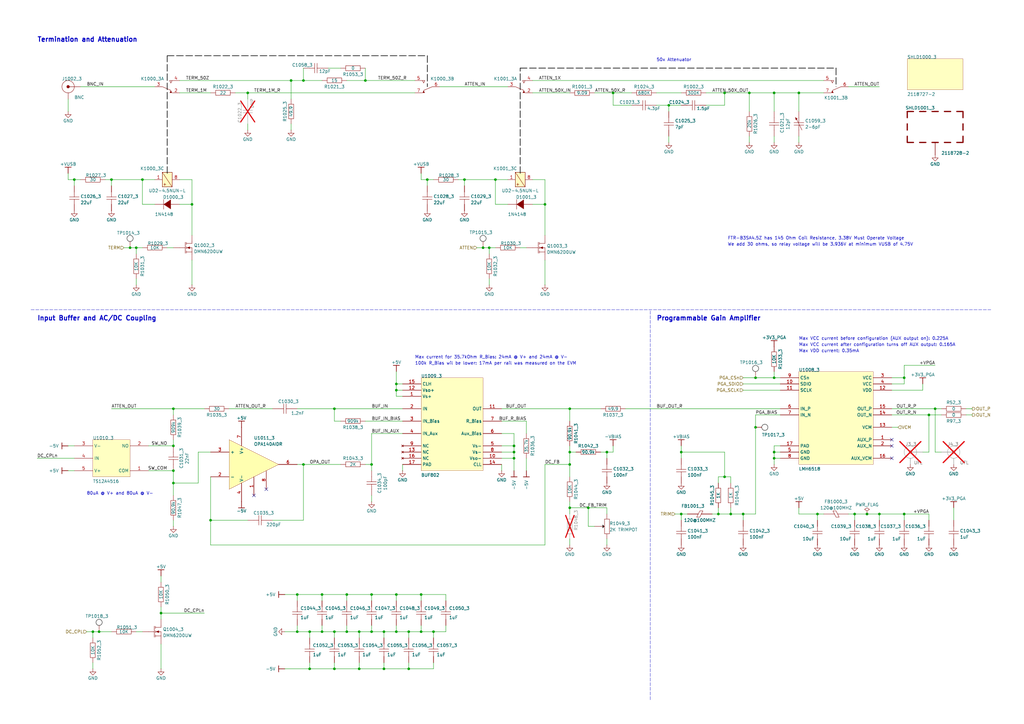
<source format=kicad_sch>
(kicad_sch (version 20250114) (generator "eeschema") (generator_version "9.0")
  (paper "A3")
  (title_block (title "ThunderScope") (rev "5") (company "EEVengers") (comment 1 "Aleksa Bjelogrlic"))
  (text "Termination and Attenuation" (at 15.24 15.24 0) (effects (font (size 1.905 1.905) (thickness 0.381) (bold yes)) (justify left top)))
  (text "We add 30 ohms, so relay voltage will be 3.936V at minimum VUSB of 4.75V " (at 298.45 100.33 0) (effects (font (size 1.27 1.27) (thickness 0.1588)) (justify left)))
  (text "Input Buffer and AC/DC Coupling" (at 15.24 129.54 0) (effects (font (size 1.905 1.905) (thickness 0.381) (bold yes)) (justify left top)))
  (text "Max current for 35.7kOhm R_Bias: 24mA @ V+ and 24mA @ V-" (at 170.18 147.32 0) (effects (font (size 1.27 1.27) (thickness 0.1588)) (justify left bottom)))
  (text "FTR-B3SA4.5Z has 145 Ohm Coil Resistance, 3.38V Must Operate Voltage" (at 298.45 97.79 0) (effects (font (size 1.27 1.27) (thickness 0.1588)) (justify left)))
  (text "100k R_Bias wil be lower: 17mA per rail was measured on the EVM" (at 170.18 149.86 0) (effects (font (size 1.27 1.27) (thickness 0.1588)) (justify left bottom)))
  (text "80uA @ V+ and 80uA @ V-" (at 35.56 203.2 0) (effects (font (size 1.27 1.27) (thickness 0.1588)) (justify left bottom)))
  (text "Max VDD current: 0.35mA" (at 327.66 144.78 0) (effects (font (size 1.27 1.27) (thickness 0.1588)) (justify left bottom)))
  (text "Max VCC current before configuration (AUX output on): 0.225A" (at 327.66 139.7 0) (effects (font (size 1.27 1.27) (thickness 0.1588)) (justify left bottom)))
  (text "Max VCC current after configuration turns off AUX output: 0.165A" (at 327.66 142.24 0) (effects (font (size 1.27 1.27) (thickness 0.1588)) (justify left bottom)))
  (text "Programmable Gain Amplifier" (at 269.24 129.54 0) (effects (font (size 1.905 1.905) (thickness 0.381) (bold yes)) (justify left top)))
  (text "50x Attenuator" (at 269.24 25.4 0) (effects (font (size 1.27 1.27) (thickness 0.1588)) (justify left bottom)))
  (junction (at 309.88 175.26))
  (junction (at 317.5 38.1))
  (junction (at 279.4 210.82))
  (junction (at 137.16 259.08))
  (junction (at 175.26 73.66))
  (junction (at 233.68 185.42))
  (junction (at 38.1 259.08))
  (junction (at 162.56 243.84))
  (junction (at 309.88 154.94))
  (junction (at 233.68 190.5))
  (junction (at 40.64 259.08))
  (junction (at 137.16 274.32))
  (junction (at 149.86 33.02))
  (junction (at 210.82 185.42))
  (junction (at 152.4 190.5))
  (junction (at 299.72 210.82))
  (junction (at 66.04 251.46))
  (junction (at 71.12 193.04))
  (junction (at 142.24 259.08))
  (junction (at 127 274.32))
  (junction (at 127 259.08))
  (junction (at 210.82 187.96))
  (junction (at 241.3 208.28))
  (junction (at 132.08 259.08))
  (junction (at 119.38 33.02))
  (junction (at 71.12 167.64))
  (junction (at 274.32 43.18))
  (junction (at 124.46 190.5))
  (junction (at 121.92 243.84))
  (junction (at 317.5 185.42))
  (junction (at 162.56 157.48))
  (junction (at 172.72 243.84))
  (junction (at 162.56 259.08))
  (junction (at 167.64 274.32))
  (junction (at 327.66 38.1))
  (junction (at 203.2 73.66))
  (junction (at 335.28 210.82))
  (junction (at 350.52 210.82))
  (junction (at 370.84 210.82))
  (junction (at 121.92 259.08))
  (junction (at 370.84 154.94))
  (junction (at 210.82 182.88))
  (junction (at 381 170.18))
  (junction (at 30.48 73.66))
  (junction (at 142.24 243.84))
  (junction (at 233.68 167.64))
  (junction (at 294.64 210.82))
  (junction (at 124.46 33.02))
  (junction (at 86.36 213.36))
  (junction (at 152.4 243.84))
  (junction (at 172.72 259.08))
  (junction (at 317.5 154.94))
  (junction (at 177.8 259.08))
  (junction (at 78.74 83.82))
  (junction (at 251.46 38.1))
  (junction (at 317.5 187.96))
  (junction (at 45.72 73.66))
  (junction (at 157.48 274.32))
  (junction (at 162.56 160.02))
  (junction (at 233.68 208.28))
  (junction (at 279.4 185.42))
  (junction (at 157.48 259.08))
  (junction (at 132.08 243.84))
  (junction (at 58.42 73.66))
  (junction (at 55.88 101.6))
  (junction (at 200.66 101.6))
  (junction (at 248.92 185.42))
  (junction (at 101.6 38.1))
  (junction (at 147.32 259.08))
  (junction (at 71.12 182.88))
  (junction (at 304.8 210.82))
  (junction (at 152.4 259.08))
  (junction (at 355.6 210.82))
  (junction (at 167.64 259.08))
  (junction (at 137.16 167.64))
  (junction (at 71.12 198.12))
  (junction (at 360.68 210.82))
  (junction (at 223.52 83.82))
  (junction (at 190.5 73.66))
  (junction (at 53.34 101.6))
  (junction (at 147.32 274.32))
  (junction (at 198.12 101.6))
  (junction (at 297.18 195.58))
  (junction (at 307.34 38.1))
  (junction (at 297.18 38.1))
  (junction (at 383.54 167.64))
  (no_connect (at 365.76 180.34))
  (no_connect (at 365.76 187.96))
  (no_connect (at 109.22 200.66))
  (no_connect (at 365.76 182.88))
  (no_connect (at 104.14 203.2))
  (wire (pts (xy 27.94 40.64) (xy 27.94 45.72)))
  (polyline (pts (xy 68.58 22.86) (xy 175.26 22.86)) (stroke (width 0.254) (type dash) (color 0 0 0 1)))
  (wire (pts (xy 132.08 243.84) (xy 142.24 243.84)))
  (wire (pts (xy 200.66 116.84) (xy 200.66 114.3)))
  (wire (pts (xy 111.76 213.36) (xy 124.46 213.36)))
  (wire (pts (xy 165.1 193.04) (xy 165.1 190.5)))
  (wire (pts (xy 309.88 170.18) (xy 320.04 170.18)))
  (wire (pts (xy 355.6 210.82) (xy 350.52 210.82)))
  (wire (pts (xy 307.34 55.88) (xy 307.34 58.42)))
  (wire (pts (xy 269.24 38.1) (xy 279.4 38.1)))
  (wire (pts (xy 317.5 187.96) (xy 317.5 190.5)))
  (wire (pts (xy 210.82 193.04) (xy 210.82 187.96)))
  (wire (pts (xy 58.42 73.66) (xy 58.42 83.82)))
  (wire (pts (xy 223.52 83.82) (xy 223.52 96.52)))
  (wire (pts (xy 157.48 261.62) (xy 157.48 259.08)))
  (wire (pts (xy 45.72 76.2) (xy 45.72 73.66)))
  (wire (pts (xy 43.18 73.66) (xy 45.72 73.66)))
  (wire (pts (xy 27.94 182.88) (xy 30.48 182.88)))
  (wire (pts (xy 297.18 38.1) (xy 307.34 38.1)))
  (wire (pts (xy 149.86 27.94) (xy 149.86 33.02)))
  (wire (pts (xy 335.28 213.36) (xy 335.28 210.82)))
  (wire (pts (xy 233.68 223.52) (xy 233.68 220.98)))
  (wire (pts (xy 304.8 157.48) (xy 320.04 157.48)))
  (wire (pts (xy 175.26 73.66) (xy 177.8 73.66)))
  (wire (pts (xy 233.68 172.72) (xy 233.68 167.64)))
  (wire (pts (xy 294.64 210.82) (xy 294.64 208.28)))
  (wire (pts (xy 86.36 223.52) (xy 86.36 213.36)))
  (wire (pts (xy 365.76 160.02) (xy 378.46 160.02)))
  (wire (pts (xy 45.72 73.66) (xy 58.42 73.66)))
  (wire (pts (xy 368.3 175.26) (xy 365.76 175.26)))
  (wire (pts (xy 177.8 259.08) (xy 182.88 259.08)))
  (wire (pts (xy 152.4 259.08) (xy 152.4 256.54)))
  (wire (pts (xy 223.52 190.5) (xy 223.52 223.52)))
  (wire (pts (xy 269.24 43.18) (xy 274.32 43.18)))
  (wire (pts (xy 71.12 182.88) (xy 71.12 180.34)))
  (wire (pts (xy 127 271.78) (xy 127 274.32)))
  (wire (pts (xy 147.32 271.78) (xy 147.32 274.32)))
  (wire (pts (xy 66.04 251.46) (xy 83.82 251.46)))
  (wire (pts (xy 152.4 190.5) (xy 152.4 177.8)))
  (wire (pts (xy 381 210.82) (xy 370.84 210.82)))
  (wire (pts (xy 236.22 185.42) (xy 233.68 185.42)))
  (wire (pts (xy 350.52 210.82) (xy 347.98 210.82)))
  (wire (pts (xy 182.88 243.84) (xy 182.88 246.38)))
  (wire (pts (xy 172.72 73.66) (xy 175.26 73.66)))
  (wire (pts (xy 307.34 45.72) (xy 307.34 38.1)))
  (wire (pts (xy 317.5 187.96) (xy 320.04 187.96)))
  (wire (pts (xy 124.46 27.94) (xy 124.46 33.02)))
  (wire (pts (xy 177.8 274.32) (xy 177.8 271.78)))
  (wire (pts (xy 101.6 38.1) (xy 170.18 38.1)))
  (wire (pts (xy 317.5 182.88) (xy 317.5 185.42)))
  (wire (pts (xy 124.46 190.5) (xy 139.7 190.5)))
  (wire (pts (xy 38.1 259.08) (xy 40.64 259.08)))
  (wire (pts (xy 116.84 274.32) (xy 127 274.32)))
  (wire (pts (xy 132.08 259.08) (xy 137.16 259.08)))
  (wire (pts (xy 152.4 246.38) (xy 152.4 243.84)))
  (wire (pts (xy 297.18 185.42) (xy 297.18 195.58)))
  (wire (pts (xy 101.6 40.64) (xy 101.6 38.1)))
  (wire (pts (xy 350.52 213.36) (xy 350.52 210.82)))
  (polyline (pts (xy 342.9 27.94) (xy 342.9 35.56)) (stroke (width 0.254) (type dash) (color 0 0 0 1)))
  (wire (pts (xy 73.66 38.1) (xy 86.36 38.1)))
  (wire (pts (xy 121.92 246.38) (xy 121.92 243.84)))
  (wire (pts (xy 147.32 259.08) (xy 152.4 259.08)))
  (wire (pts (xy 127 259.08) (xy 132.08 259.08)))
  (wire (pts (xy 218.44 38.1) (xy 233.68 38.1)))
  (wire (pts (xy 233.68 167.64) (xy 246.38 167.64)))
  (wire (pts (xy 119.38 33.02) (xy 124.46 33.02)))
  (wire (pts (xy 205.74 172.72) (xy 215.9 172.72)))
  (polyline (pts (xy 12.7 127) (xy 406.4 127)) (stroke (width 0.127) (type dash)))
  (wire (pts (xy 137.16 167.64) (xy 165.1 167.64)))
  (wire (pts (xy 55.88 116.84) (xy 55.88 114.3)))
  (wire (pts (xy 327.66 210.82) (xy 327.66 208.28)))
  (wire (pts (xy 370.84 210.82) (xy 360.68 210.82)))
  (wire (pts (xy 294.64 210.82) (xy 299.72 210.82)))
  (wire (pts (xy 66.04 274.32) (xy 66.04 264.16)))
  (wire (pts (xy 248.92 208.28) (xy 241.3 208.28)))
  (wire (pts (xy 81.28 198.12) (xy 81.28 185.42)))
  (wire (pts (xy 233.68 208.28) (xy 241.3 208.28)))
  (wire (pts (xy 251.46 185.42) (xy 251.46 182.88)))
  (wire (pts (xy 182.88 259.08) (xy 182.88 256.54)))
  (wire (pts (xy 317.5 58.42) (xy 317.5 55.88)))
  (wire (pts (xy 137.16 259.08) (xy 142.24 259.08)))
  (wire (pts (xy 248.92 208.28) (xy 248.92 210.82)))
  (wire (pts (xy 38.1 261.62) (xy 38.1 259.08)))
  (wire (pts (xy 116.84 243.84) (xy 121.92 243.84)))
  (wire (pts (xy 137.16 271.78) (xy 137.16 274.32)))
  (wire (pts (xy 71.12 213.36) (xy 71.12 215.9)))
  (wire (pts (xy 360.68 210.82) (xy 355.6 210.82)))
  (wire (pts (xy 279.4 213.36) (xy 279.4 210.82)))
  (wire (pts (xy 381 213.36) (xy 381 210.82)))
  (wire (pts (xy 370.84 213.36) (xy 370.84 210.82)))
  (wire (pts (xy 78.74 73.66) (xy 78.74 83.82)))
  (wire (pts (xy 327.66 38.1) (xy 327.66 45.72)))
  (wire (pts (xy 78.74 83.82) (xy 78.74 96.52)))
  (wire (pts (xy 152.4 193.04) (xy 152.4 190.5)))
  (wire (pts (xy 251.46 38.1) (xy 259.08 38.1)))
  (wire (pts (xy 27.94 73.66) (xy 30.48 73.66)))
  (wire (pts (xy 203.2 101.6) (xy 200.66 101.6)))
  (wire (pts (xy 241.3 215.9) (xy 243.84 215.9)))
  (wire (pts (xy 27.94 71.12) (xy 27.94 73.66)))
  (wire (pts (xy 233.68 205.74) (xy 233.68 208.28)))
  (wire (pts (xy 68.58 101.6) (xy 71.12 101.6)))
  (wire (pts (xy 317.5 38.1) (xy 317.5 45.72)))
  (wire (pts (xy 15.24 187.96) (xy 30.48 187.96)))
  (wire (pts (xy 213.36 101.6) (xy 215.9 101.6)))
  (wire (pts (xy 35.56 259.08) (xy 38.1 259.08)))
  (wire (pts (xy 147.32 259.08) (xy 147.32 261.62)))
  (wire (pts (xy 78.74 116.84) (xy 78.74 106.68)))
  (wire (pts (xy 167.64 259.08) (xy 172.72 259.08)))
  (wire (pts (xy 292.1 210.82) (xy 294.64 210.82)))
  (wire (pts (xy 276.86 210.82) (xy 279.4 210.82)))
  (wire (pts (xy 299.72 210.82) (xy 304.8 210.82)))
  (wire (pts (xy 142.24 33.02) (xy 149.86 33.02)))
  (wire (pts (xy 243.84 38.1) (xy 251.46 38.1)))
  (wire (pts (xy 162.56 259.08) (xy 162.56 256.54)))
  (wire (pts (xy 309.88 175.26) (xy 309.88 210.82)))
  (wire (pts (xy 299.72 210.82) (xy 299.72 208.28)))
  (wire (pts (xy 165.1 157.48) (xy 162.56 157.48)))
  (wire (pts (xy 279.4 187.96) (xy 279.4 185.42)))
  (wire (pts (xy 391.16 208.28) (xy 391.16 213.36)))
  (wire (pts (xy 142.24 259.08) (xy 147.32 259.08)))
  (wire (pts (xy 58.42 101.6) (xy 55.88 101.6)))
  (wire (pts (xy 304.8 154.94) (xy 309.88 154.94)))
  (wire (pts (xy 73.66 33.02) (xy 119.38 33.02)))
  (wire (pts (xy 172.72 256.54) (xy 172.72 259.08)))
  (wire (pts (xy 121.92 167.64) (xy 137.16 167.64)))
  (wire (pts (xy 317.5 185.42) (xy 317.5 187.96)))
  (wire (pts (xy 149.86 172.72) (xy 165.1 172.72)))
  (wire (pts (xy 279.4 185.42) (xy 279.4 182.88)))
  (wire (pts (xy 71.12 198.12) (xy 71.12 193.04)))
  (wire (pts (xy 137.16 172.72) (xy 137.16 167.64)))
  (wire (pts (xy 55.88 259.08) (xy 58.42 259.08)))
  (wire (pts (xy 233.68 182.88) (xy 233.68 185.42)))
  (wire (pts (xy 73.66 83.82) (xy 78.74 83.82)))
  (wire (pts (xy 210.82 182.88) (xy 210.82 177.8)))
  (wire (pts (xy 96.52 38.1) (xy 101.6 38.1)))
  (wire (pts (xy 297.18 195.58) (xy 294.64 195.58)))
  (wire (pts (xy 386.08 167.64) (xy 383.54 167.64)))
  (wire (pts (xy 71.12 167.64) (xy 83.82 167.64)))
  (wire (pts (xy 365.76 170.18) (xy 381 170.18)))
  (wire (pts (xy 101.6 53.34) (xy 101.6 50.8)))
  (wire (pts (xy 116.84 259.08) (xy 121.92 259.08)))
  (wire (pts (xy 289.56 38.1) (xy 297.18 38.1)))
  (wire (pts (xy 205.74 182.88) (xy 210.82 182.88)))
  (wire (pts (xy 205.74 187.96) (xy 210.82 187.96)))
  (wire (pts (xy 378.46 160.02) (xy 378.46 157.48)))
  (wire (pts (xy 180.34 35.56) (xy 208.28 35.56)))
  (wire (pts (xy 383.54 185.42) (xy 386.08 185.42)))
  (polyline (pts (xy 175.26 22.86) (xy 175.26 35.56)) (stroke (width 0.254) (type dash) (color 0 0 0 1)))
  (wire (pts (xy 200.66 101.6) (xy 200.66 104.14)))
  (wire (pts (xy 66.04 238.76) (xy 66.04 236.22)))
  (wire (pts (xy 172.72 259.08) (xy 177.8 259.08)))
  (wire (pts (xy 127 259.08) (xy 127 261.62)))
  (wire (pts (xy 58.42 83.82) (xy 63.5 83.82)))
  (wire (pts (xy 223.52 116.84) (xy 223.52 106.68)))
  (wire (pts (xy 142.24 243.84) (xy 152.4 243.84)))
  (wire (pts (xy 30.48 73.66) (xy 33.02 73.66)))
  (wire (pts (xy 53.34 101.6) (xy 50.8 101.6)))
  (wire (pts (xy 309.88 154.94) (xy 317.5 154.94)))
  (wire (pts (xy 73.66 73.66) (xy 78.74 73.66)))
  (wire (pts (xy 233.68 190.5) (xy 233.68 195.58)))
  (wire (pts (xy 370.84 154.94) (xy 370.84 149.86)))
  (wire (pts (xy 396.24 170.18) (xy 398.78 170.18)))
  (wire (pts (xy 172.72 71.12) (xy 172.72 73.66)))
  (wire (pts (xy 279.4 210.82) (xy 281.94 210.82)))
  (wire (pts (xy 58.42 73.66) (xy 63.5 73.66)))
  (wire (pts (xy 233.68 208.28) (xy 233.68 210.82)))
  (wire (pts (xy 274.32 43.18) (xy 279.4 43.18)))
  (wire (pts (xy 121.92 259.08) (xy 121.92 256.54)))
  (wire (pts (xy 127 274.32) (xy 137.16 274.32)))
  (wire (pts (xy 383.54 167.64) (xy 365.76 167.64)))
  (wire (pts (xy 381 170.18) (xy 386.08 170.18)))
  (wire (pts (xy 190.5 73.66) (xy 203.2 73.66)))
  (wire (pts (xy 152.4 243.84) (xy 162.56 243.84)))
  (wire (pts (xy 30.48 73.66) (xy 30.48 76.2)))
  (wire (pts (xy 71.12 198.12) (xy 81.28 198.12)))
  (wire (pts (xy 383.54 167.64) (xy 383.54 185.42)))
  (wire (pts (xy 304.8 213.36) (xy 304.8 210.82)))
  (wire (pts (xy 304.8 160.02) (xy 320.04 160.02)))
  (wire (pts (xy 299.72 195.58) (xy 297.18 195.58)))
  (wire (pts (xy 248.92 185.42) (xy 251.46 185.42)))
  (wire (pts (xy 320.04 185.42) (xy 317.5 185.42)))
  (wire (pts (xy 162.56 160.02) (xy 162.56 157.48)))
  (wire (pts (xy 147.32 274.32) (xy 157.48 274.32)))
  (wire (pts (xy 317.5 154.94) (xy 320.04 154.94)))
  (wire (pts (xy 317.5 152.4) (xy 317.5 154.94)))
  (wire (pts (xy 203.2 83.82) (xy 208.28 83.82)))
  (wire (pts (xy 251.46 43.18) (xy 251.46 38.1)))
  (wire (pts (xy 81.28 185.42) (xy 86.36 185.42)))
  (wire (pts (xy 60.96 193.04) (xy 71.12 193.04)))
  (polyline (pts (xy 68.58 71.12) (xy 68.58 22.86)) (stroke (width 0.254) (type dash) (color 0 0 0 1)))
  (wire (pts (xy 370.84 149.86) (xy 383.54 149.86)))
  (wire (pts (xy 162.56 157.48) (xy 162.56 152.4)))
  (wire (pts (xy 337.82 33.02) (xy 218.44 33.02)))
  (wire (pts (xy 198.12 101.6) (xy 195.58 101.6)))
  (wire (pts (xy 279.4 185.42) (xy 297.18 185.42)))
  (wire (pts (xy 152.4 259.08) (xy 157.48 259.08)))
  (wire (pts (xy 218.44 73.66) (xy 223.52 73.66)))
  (wire (pts (xy 119.38 53.34) (xy 119.38 50.8)))
  (wire (pts (xy 347.98 35.56) (xy 360.68 35.56)))
  (wire (pts (xy 157.48 274.32) (xy 167.64 274.32)))
  (wire (pts (xy 167.64 259.08) (xy 167.64 261.62)))
  (polyline (pts (xy 213.36 27.94) (xy 342.9 27.94)) (stroke (width 0.254) (type dash) (color 0 0 0 1)))
  (wire (pts (xy 132.08 256.54) (xy 132.08 259.08)))
  (wire (pts (xy 137.16 274.32) (xy 147.32 274.32)))
  (wire (pts (xy 248.92 187.96) (xy 248.92 185.42)))
  (wire (pts (xy 309.88 170.18) (xy 309.88 175.26)))
  (wire (pts (xy 121.92 259.08) (xy 127 259.08)))
  (wire (pts (xy 124.46 213.36) (xy 124.46 190.5)))
  (wire (pts (xy 86.36 223.52) (xy 223.52 223.52)))
  (wire (pts (xy 205.74 190.5) (xy 205.74 193.04)))
  (wire (pts (xy 71.12 203.2) (xy 71.12 198.12)))
  (wire (pts (xy 327.66 58.42) (xy 327.66 55.88)))
  (wire (pts (xy 40.64 259.08) (xy 45.72 259.08)))
  (wire (pts (xy 317.5 38.1) (xy 327.66 38.1)))
  (wire (pts (xy 203.2 73.66) (xy 208.28 73.66)))
  (wire (pts (xy 167.64 274.32) (xy 167.64 271.78)))
  (wire (pts (xy 200.66 101.6) (xy 198.12 101.6)))
  (wire (pts (xy 378.46 185.42) (xy 381 185.42)))
  (wire (pts (xy 246.38 185.42) (xy 248.92 185.42)))
  (wire (pts (xy 190.5 76.2) (xy 190.5 73.66)))
  (wire (pts (xy 223.52 73.66) (xy 223.52 83.82)))
  (wire (pts (xy 210.82 177.8) (xy 205.74 177.8)))
  (wire (pts (xy 381 185.42) (xy 381 170.18)))
  (wire (pts (xy 337.82 210.82) (xy 335.28 210.82)))
  (wire (pts (xy 223.52 190.5) (xy 233.68 190.5)))
  (wire (pts (xy 71.12 170.18) (xy 71.12 167.64)))
  (wire (pts (xy 299.72 195.58) (xy 299.72 198.12)))
  (wire (pts (xy 365.76 154.94) (xy 370.84 154.94)))
  (wire (pts (xy 210.82 187.96) (xy 210.82 185.42)))
  (wire (pts (xy 149.86 190.5) (xy 152.4 190.5)))
  (wire (pts (xy 55.88 101.6) (xy 55.88 104.14)))
  (wire (pts (xy 66.04 254) (xy 66.04 251.46)))
  (wire (pts (xy 165.1 162.56) (xy 162.56 162.56)))
  (wire (pts (xy 274.32 55.88) (xy 274.32 58.42)))
  (wire (pts (xy 210.82 185.42) (xy 205.74 185.42)))
  (wire (pts (xy 134.62 27.94) (xy 139.7 27.94)))
  (wire (pts (xy 152.4 205.74) (xy 152.4 203.2)))
  (wire (pts (xy 124.46 33.02) (xy 132.08 33.02)))
  (wire (pts (xy 215.9 177.8) (xy 215.9 172.72)))
  (wire (pts (xy 162.56 246.38) (xy 162.56 243.84)))
  (wire (pts (xy 241.3 208.28) (xy 241.3 215.9)))
  (wire (pts (xy 38.1 271.78) (xy 38.1 274.32)))
  (wire (pts (xy 304.8 210.82) (xy 309.88 210.82)))
  (wire (pts (xy 55.88 101.6) (xy 53.34 101.6)))
  (wire (pts (xy 187.96 73.66) (xy 190.5 73.66)))
  (wire (pts (xy 167.64 274.32) (xy 177.8 274.32)))
  (wire (pts (xy 320.04 182.88) (xy 317.5 182.88)))
  (wire (pts (xy 162.56 259.08) (xy 167.64 259.08)))
  (wire (pts (xy 27.94 193.04) (xy 30.48 193.04)))
  (wire (pts (xy 256.54 167.64) (xy 320.04 167.64)))
  (polyline (pts (xy 266.7 287.02) (xy 266.7 127)) (stroke (width 0.127) (type dash)))
  (wire (pts (xy 365.76 157.48) (xy 370.84 157.48)))
  (wire (pts (xy 215.9 187.96) (xy 215.9 193.04)))
  (wire (pts (xy 259.08 43.18) (xy 251.46 43.18)))
  (wire (pts (xy 86.36 213.36) (xy 101.6 213.36)))
  (wire (pts (xy 121.92 190.5) (xy 124.46 190.5)))
  (wire (pts (xy 142.24 246.38) (xy 142.24 243.84)))
  (wire (pts (xy 360.68 213.36) (xy 360.68 210.82)))
  (wire (pts (xy 157.48 259.08) (xy 162.56 259.08)))
  (wire (pts (xy 307.34 38.1) (xy 317.5 38.1)))
  (wire (pts (xy 60.96 182.88) (xy 71.12 182.88)))
  (wire (pts (xy 210.82 185.42) (xy 210.82 182.88)))
  (wire (pts (xy 327.66 38.1) (xy 337.82 38.1)))
  (wire (pts (xy 66.04 251.46) (xy 66.04 248.92)))
  (wire (pts (xy 137.16 259.08) (xy 137.16 261.62)))
  (wire (pts (xy 172.72 243.84) (xy 182.88 243.84)))
  (wire (pts (xy 297.18 38.1) (xy 297.18 43.18)))
  (wire (pts (xy 274.32 45.72) (xy 274.32 43.18)))
  (wire (pts (xy 119.38 33.02) (xy 119.38 40.64)))
  (wire (pts (xy 335.28 210.82) (xy 327.66 210.82)))
  (wire (pts (xy 157.48 274.32) (xy 157.48 271.78)))
  (wire (pts (xy 175.26 73.66) (xy 175.26 76.2)))
  (wire (pts (xy 139.7 172.72) (xy 137.16 172.72)))
  (wire (pts (xy 297.18 43.18) (xy 289.56 43.18)))
  (wire (pts (xy 294.64 195.58) (xy 294.64 198.12)))
  (wire (pts (xy 149.86 33.02) (xy 170.18 33.02)))
  (wire (pts (xy 142.24 259.08) (xy 142.24 256.54)))
  (wire (pts (xy 370.84 157.48) (xy 370.84 154.94)))
  (wire (pts (xy 177.8 259.08) (xy 177.8 261.62)))
  (wire (pts (xy 86.36 195.58) (xy 86.36 213.36)))
  (wire (pts (xy 152.4 177.8) (xy 165.1 177.8)))
  (wire (pts (xy 218.44 83.82) (xy 223.52 83.82)))
  (wire (pts (xy 165.1 160.02) (xy 162.56 160.02)))
  (wire (pts (xy 203.2 73.66) (xy 203.2 83.82)))
  (wire (pts (xy 172.72 243.84) (xy 172.72 246.38)))
  (polyline (pts (xy 213.36 71.12) (xy 213.36 27.94)) (stroke (width 0.254) (type dash) (color 0 0 0 1)))
  (wire (pts (xy 396.24 167.64) (xy 398.78 167.64)))
  (wire (pts (xy 248.92 223.52) (xy 248.92 220.98)))
  (wire (pts (xy 205.74 167.64) (xy 233.68 167.64)))
  (wire (pts (xy 233.68 185.42) (xy 233.68 190.5)))
  (wire (pts (xy 93.98 167.64) (xy 111.76 167.64)))
  (wire (pts (xy 162.56 243.84) (xy 172.72 243.84)))
  (wire (pts (xy 132.08 246.38) (xy 132.08 243.84)))
  (wire (pts (xy 121.92 243.84) (xy 132.08 243.84)))
  (wire (pts (xy 71.12 167.64) (xy 45.72 167.64)))
  (wire (pts (xy 33.02 35.56) (xy 63.5 35.56)))
  (wire (pts (xy 162.56 162.56) (xy 162.56 160.02)))
  (label "DC_FB_TRIM" (at 248.92 208.28 180))
  (label "DC_CPLn" (at 15.24 187.96 0))
  (label "+VPGA" (at 381 210.82 180))
  (label "ATTEN_50X_IN" (at 220.98 38.1 0))
  (label "SW_COM" (at 68.58 193.04 180))
  (label "DC_FB" (at 223.52 190.5 0))
  (label "ATTEN_1X" (at 220.98 33.02 0))
  (label "ATTEN_50X_OUT" (at 292.1 38.1 0))
  (label "TERM_50Z_R" (at 154.94 33.02 0))
  (label "BUF_IN" (at 152.4 167.64 0))
  (label "TERM_50Z" (at 76.2 33.02 0))
  (label "SW_NO" (at 68.58 182.88 180))
  (label "BUF_IN_AUX" (at 152.4 177.8 0))
  (label "PGA_BIAS" (at 309.88 170.18 0))
  (label "ATTEN_OUT" (at 45.72 167.64 0))
  (label "ATTEN_OUT_R" (at 96.52 167.64 0))
  (label "DC_CPLn" (at 83.82 251.46 180))
  (label "TERM_1M_R" (at 104.14 38.1 0))
  (label "OPA_OUT" (at 127 190.5 0))
  (label "OUT_R_N" (at 375.92 170.18 180))
  (label "BUF_IN_BIAS" (at 152.4 172.72 0))
  (label "OUT_R_P" (at 375.92 167.64 180))
  (label "ATTEN_OUT" (at 360.68 35.56 180))
  (label "+VPGA" (at 383.54 149.86 180))
  (label "ATTEN_IN" (at 190.5 35.56 0))
  (label "BUF_OUT" (at 215.9 167.64 180))
  (label "ATTEN_50X_R" (at 256.54 38.1 180))
  (label "TERM_1M" (at 76.2 38.1 0))
  (label "BNC_IN" (at 35.56 35.56 0))
  (label "BUF_OUT_R" (at 269.24 167.64 0))
  (label "BUF_R_BIAS" (at 215.9 172.72 180))
  (hierarchical_label "OUT_N" (shape output) (at 398.78 170.18 0))
  (hierarchical_label "DC_CPL" (shape input) (at 35.56 259.08 180))
  (hierarchical_label "PGA_CSn" (shape input) (at 304.8 154.94 180))
  (hierarchical_label "PGA_SCLK" (shape input) (at 304.8 160.02 180))
  (hierarchical_label "TRIM" (shape input) (at 276.86 210.82 180))
  (hierarchical_label "PGA_SDIO" (shape input) (at 304.8 157.48 180))
  (hierarchical_label "VCM" (shape input) (at 368.3 175.26 0))
  (hierarchical_label "TERM" (shape input) (at 50.8 101.6 180))
  (hierarchical_label "OUT_P" (shape output) (at 398.78 167.64 0))
  (hierarchical_label "ATTEN" (shape input) (at 195.58 101.6 180))
  (symbol (lib_id "Thunderscope_Rev5:GND") (at 317.5 58.42 0) (unit 1)
    (property "Reference" "#PWR069" (effects (hide yes)))
    (property "Value" "GND" (at 317.5 62.23 0))
    (property "Description" "Power symbol creates a global label with name \"GND\" , ground" (effects (hide yes)))
    (instances (project "Thunderscope_Rev5" (path "" (reference "#PWR070") (unit 1)) (path "" (reference "#PWR069") (unit 1)) (path "" (reference "#PWR071") (unit 1)) (path "" (reference "#PWR072") (unit 1))))
  )
  (symbol (lib_id "Thunderscope_Rev5:RELAY DPDT-NO UD2-4.5NUN-L") (at 68.58 35.56 0) (unit 1)
    (property "Reference" "K1000_4" (at 67.31 33.02 0) (effects (justify right bottom)))
    (property "Value" "UD2-4.5NUN-L" (effects (hide yes)))
    (property "Footprint" "Thunderscope_Rev5:KEMET_UD2-4.5NUN-L" (effects (hide yes)))
    (property "MANUFACTURER" "KEMET" (effects (hide yes)))
    (property "MANUFACTURER PART NUMBER" "UD2-4.5NUN-L" (effects (hide yes)))
    (property "SUPPLIER 1" "Mouser" (effects (hide yes)))
    (property "SUPPLIER PART NUMBER 1" "80-UD2-4.5NUN-L" (effects (hide yes)))
    (instances (project "" (path "" (reference "K1000_3") (unit 1)) (path "" (reference "K1000_4") (unit 1)) (path "" (reference "K1000_2") (unit 1)) (path "" (reference "K1000_1") (unit 1))))
  )
  (symbol (lib_id "Thunderscope_Rev5:NMOS DMN62D0UW") (at 63.5 259.08 0) (unit 1)
    (property "Reference" "Q1004_4" (at 66.802 258.826 0) (effects (justify left bottom)))
    (property "Value" "DMN62D0UW" (at 66.802 261.366 0) (effects (justify left bottom)))
    (property "Footprint" "Thunderscope_Rev5:GEN_SOT_323" (effects (hide yes)))
    (property "VDSS" "60V" (effects (hide yes)))
    (property "SUPPLIER 1" "Mouser" (effects (hide yes)))
    (property "SUPPLIER PART NUMBER 1" "621-DMN62D0UW-7" (effects (hide yes)))
    (property "HOUSE PART NUMBER" "DMN62D0UW-7" (effects (hide yes)))
    (property "MANUFACTURER" "Diodes" (effects (hide yes)))
    (property "MANUFACTURER PART NUMBER" "DMN62D0UW-7" (effects (hide yes)))
    (instances (project "" (path "" (reference "Q1004_3") (unit 1)) (path "" (reference "Q1004_4") (unit 1)) (path "" (reference "Q1004_2") (unit 1)) (path "" (reference "Q1004_1") (unit 1))))
  )
  (symbol (lib_id "Thunderscope_Rev5:RELAY DPDT-NO UD2-4.5NUN-L") (at 68.58 73.66 0) (unit 3)
    (property "Reference" "K1000_4" (at 67.31 69.85 0) (effects (justify right bottom)))
    (property "Value" "UD2-4.5NUN-L" (at 68.58 77.47 0) (effects (justify top)))
    (property "Footprint" "Thunderscope_Rev5:KEMET_UD2-4.5NUN-L" (effects (hide yes)))
    (property "MANUFACTURER" "KEMET" (effects (hide yes)))
    (property "MANUFACTURER PART NUMBER" "UD2-4.5NUN-L" (effects (hide yes)))
    (property "SUPPLIER 1" "Mouser" (effects (hide yes)))
    (property "SUPPLIER PART NUMBER 1" "80-UD2-4.5NUN-L" (effects (hide yes)))
    (instances (project "" (path "" (reference "K1000_3") (unit 3)) (path "" (reference "K1000_4") (unit 3)) (path "" (reference "K1000_2") (unit 3)) (path "" (reference "K1000_1") (unit 3))))
  )
  (symbol (lib_id "Thunderscope_Rev5:RES 2K OHM 1% 1/16W 0402") (at 144.78 190.5 0) (unit 1)
    (property "Reference" "R1043_4" (at 144.78 187.96 0))
    (property "Value" "2K" (at 144.78 190.5 0))
    (property "Footprint" "Thunderscope_Rev5:GEN_R_0402" (effects (hide yes)))
    (property "TOLERANCE" "1%" (effects (hide yes)))
    (property "PACKAGE" "0402" (effects (hide yes)))
    (property "SUPPLIER 1" "Mouser" (effects (hide yes)))
    (property "SUPPLIER PART NUMBER 1" "603-RC0402FR-072KL" (effects (hide yes)))
    (property "MANUFACTURER" "Yageo" (effects (hide yes)))
    (property "MANUFACTURER PART NUMBER" "RC0402FR-072KL" (effects (hide yes)))
    (instances (project "" (path "" (reference "R1043_3") (unit 1)) (path "" (reference "R1043_4") (unit 1)) (path "" (reference "R1043_2") (unit 1)) (path "" (reference "R1043_1") (unit 1))))
  )
  (symbol (lib_id "Thunderscope_Rev5:GND") (at 119.38 53.34 0) (unit 1)
    (property "Reference" "#PWR041" (effects (hide yes)))
    (property "Value" "GND" (at 119.38 57.15 0))
    (property "Description" "Power symbol creates a global label with name \"GND\" , ground" (effects (hide yes)))
    (instances (project "Thunderscope_Rev5" (path "" (reference "#PWR042") (unit 1)) (path "" (reference "#PWR041") (unit 1)) (path "" (reference "#PWR043") (unit 1)) (path "" (reference "#PWR044") (unit 1))))
  )
  (symbol (lib_id "Thunderscope_Rev5:RES 10K OHM 1% 1/10W 0402") (at 66.04 243.84 90) (unit 1)
    (property "Reference" "R1050_4" (at 68.58 243.84 0))
    (property "Value" "10K" (at 66.04 243.84 0))
    (property "Footprint" "Thunderscope_Rev5:GEN_R_0402" (effects (hide yes)))
    (property "TOLERANCE" "1%" (effects (hide yes)))
    (property "PACKAGE" "0402" (effects (hide yes)))
    (property "SUPPLIER 1" "Mouser" (effects (hide yes)))
    (property "SUPPLIER PART NUMBER 1" "667-ERJ-2RKF1002X" (effects (hide yes)))
    (property "MANUFACTURER" "Panasonic" (effects (hide yes)))
    (property "MANUFACTURER PART NUMBER" "ERJ-2RKF1002X" (effects (hide yes)))
    (instances (project "" (path "" (reference "R1050_3") (unit 1)) (path "" (reference "R1050_4") (unit 1)) (path "" (reference "R1050_2") (unit 1)) (path "" (reference "R1050_1") (unit 1))))
  )
  (symbol (lib_id "Thunderscope_Rev5:RES 300K OHM 1% 1/10W 0402") (at 284.48 38.1 90) (unit 1)
    (property "Reference" "R1002_4" (at 284.48 35.56 90))
    (property "Value" "300K" (at 284.48 38.1 90))
    (property "Footprint" "Thunderscope_Rev5:GEN_R_0402" (effects (hide yes)))
    (property "TOLERANCE" "1%" (effects (hide yes)))
    (property "PACKAGE" "0402" (effects (hide yes)))
    (property "SUPPLIER 1" "Mouser" (effects (hide yes)))
    (property "SUPPLIER PART NUMBER 1" "667-ERJ-2RKF3003X" (effects (hide yes)))
    (property "MANUFACTURER" "Panasonic" (effects (hide yes)))
    (property "MANUFACTURER PART NUMBER" "ERJ-2RKF3003X" (effects (hide yes)))
    (instances (project "" (path "" (reference "R1002_3") (unit 1)) (path "" (reference "R1002_4") (unit 1)) (path "" (reference "R1002_2") (unit 1)) (path "" (reference "R1002_1") (unit 1))))
  )
  (symbol (lib_id "Thunderscope_Rev5:IC OPAMP OPA140") (at 104.14 190.5 0) (unit 1)
    (property "Reference" "U1011_4" (at 104.14 180.34 0) (effects (justify left bottom)))
    (property "Value" "OPA140AIDR" (at 104.14 182.88 0) (effects (justify left bottom)))
    (property "Footprint" "Thunderscope_Rev5:TI_SOIC8_D0008A" (effects (hide yes)))
    (property "SUPPLIER 1" "Texas Instruments" (effects (hide yes)))
    (property "SUPPLIER PART NUMBER 1" "OPA140AIDR" (effects (hide yes)))
    (property "MANUFACTURER" "Texas Instruments" (effects (hide yes)))
    (property "MANUFACTURER PART NUMBER" "OPA140AIDR" (effects (hide yes)))
    (instances (project "" (path "" (reference "U1011_3") (unit 1)) (path "" (reference "U1011_4") (unit 1)) (path "" (reference "U1011_2") (unit 1)) (path "" (reference "U1011_1") (unit 1))))
  )
  (symbol (lib_id "Thunderscope_Rev5:GND") (at 175.26 86.36 0) (unit 1)
    (property "Reference" "#PWR045" (effects (hide yes)))
    (property "Value" "GND" (at 175.26 90.17 0))
    (property "Description" "Power symbol creates a global label with name \"GND\" , ground" (effects (hide yes)))
    (instances (project "Thunderscope_Rev5" (path "" (reference "#PWR046") (unit 1)) (path "" (reference "#PWR045") (unit 1)) (path "" (reference "#PWR047") (unit 1)) (path "" (reference "#PWR048") (unit 1))))
  )
  (symbol (lib_id "Thunderscope_Rev5:CAP 100nF 16V X7R 0402") (at 279.4 193.04 0) (unit 1)
    (property "Reference" "C1033_4" (at 281.94 193.04 0) (effects (justify left bottom)))
    (property "Value" "100nF" (at 281.94 195.58 0) (effects (justify left bottom)))
    (property "Footprint" "Thunderscope_Rev5:GEN_C_0402" (effects (hide yes)))
    (property "PACKAGE" "0402" (effects (hide yes)))
    (property "VOLTAGE RATING" "16V" (effects (hide yes)))
    (property "SUPPLIER 1" "Mouser" (effects (hide yes)))
    (property "SUPPLIER PART NUMBER 1" "81-GCM155R71C104KA5D" (effects (hide yes)))
    (property "HOUSE PART NUMBER" "C-100nF-0402-002" (effects (hide yes)))
    (property "MANUFACTURER" "Murata" (effects (hide yes)))
    (property "MANUFACTURER PART NUMBER" "GCM155R71C104KA55D" (effects (hide yes)))
    (instances (project "" (path "" (reference "C1033_3") (unit 1)) (path "" (reference "C1033_4") (unit 1)) (path "" (reference "C1033_2") (unit 1)) (path "" (reference "C1033_1") (unit 1))))
  )
  (symbol (lib_id "Thunderscope_Rev5:CAP 220pF 50V C0G 0402") (at 106.68 213.36 0) (unit 1)
    (property "Reference" "C1035_4" (at 103.886 211.106 0) (effects (justify left bottom)))
    (property "Value" "220pF" (at 109.22 215.9 0) (effects (justify left bottom)))
    (property "Footprint" "Thunderscope_Rev5:GEN_C_0402" (effects (hide yes)))
    (property "PACKAGE" "0402" (effects (hide yes)))
    (property "TEMPERATURE COEFFICIENT" "C0G" (effects (hide yes)))
    (property "SUPPLIER 1" "Mouser" (effects (hide yes)))
    (property "SUPPLIER PART NUMBER 1" "81-GCM1555C1H221FA6J" (effects (hide yes)))
    (property "VOLTAGE RATING" "50V" (effects (hide yes)))
    (property "MANUFACTURER" "Murata" (effects (hide yes)))
    (property "MANUFACTURER PART NUMBER" "GCM1555C1H221FA16J" (effects (hide yes)))
    (instances (project "" (path "" (reference "C1035_3") (unit 1)) (path "" (reference "C1035_4") (unit 1)) (path "" (reference "C1035_2") (unit 1)) (path "" (reference "C1035_1") (unit 1))))
  )
  (symbol (lib_id "Thunderscope_Rev5:CAP 100nF 16V X7R 0402") (at 304.8 218.44 0) (unit 1)
    (property "Reference" "C1042_4" (at 307.34 218.44 0) (effects (justify left bottom)))
    (property "Value" "100nF" (at 307.34 220.98 0) (effects (justify left bottom)))
    (property "Footprint" "Thunderscope_Rev5:GEN_C_0402" (effects (hide yes)))
    (property "PACKAGE" "0402" (effects (hide yes)))
    (property "VOLTAGE RATING" "16V" (effects (hide yes)))
    (property "SUPPLIER 1" "Mouser" (effects (hide yes)))
    (property "SUPPLIER PART NUMBER 1" "81-GCM155R71C104KA5D" (effects (hide yes)))
    (property "HOUSE PART NUMBER" "C-100nF-0402-002" (effects (hide yes)))
    (property "MANUFACTURER" "Murata" (effects (hide yes)))
    (property "MANUFACTURER PART NUMBER" "GCM155R71C104KA55D" (effects (hide yes)))
    (instances (project "" (path "" (reference "C1042_3") (unit 1)) (path "" (reference "C1042_4") (unit 1)) (path "" (reference "C1042_2") (unit 1)) (path "" (reference "C1042_1") (unit 1))))
  )
  (symbol (lib_id "Thunderscope_Rev5:RES 1K OHM 1% 1/10W 0402") (at 294.64 203.2 0) (unit 1)
    (property "Reference" "R1045_4" (at 292.1 203.2 90))
    (property "Value" "1K" (at 294.64 203.2 90))
    (property "Footprint" "Thunderscope_Rev5:GEN_R_0402" (effects (hide yes)))
    (property "TOLERANCE" "1%" (effects (hide yes)))
    (property "PACKAGE" "0402" (effects (hide yes)))
    (property "SUPPLIER 1" "Mouser" (effects (hide yes)))
    (property "SUPPLIER PART NUMBER 1" "603-RC0402FR-071KL" (effects (hide yes)))
    (property "HOUSE PART NUMBER" "R-1K-0402-1%-001" (effects (hide yes)))
    (property "MANUFACTURER" "Yageo" (effects (hide yes)))
    (property "MANUFACTURER PART NUMBER" "RC0402FR-071KL" (effects (hide yes)))
    (instances (project "" (path "" (reference "R1045_3") (unit 1)) (path "" (reference "R1045_4") (unit 1)) (path "" (reference "R1045_2") (unit 1)) (path "" (reference "R1045_1") (unit 1))))
  )
  (symbol (lib_id "Thunderscope_Rev5:GND") (at 317.5 190.5 0) (unit 1)
    (property "Reference" "#PWR0136" (effects (hide yes)))
    (property "Value" "GND" (at 317.5 194.31 0))
    (property "Description" "Power symbol creates a global label with name \"GND\" , ground" (effects (hide yes)))
    (instances (project "Thunderscope_Rev5" (path "" (reference "#PWR0137") (unit 1)) (path "" (reference "#PWR0136") (unit 1)) (path "" (reference "#PWR0138") (unit 1)) (path "" (reference "#PWR0139") (unit 1))))
  )
  (symbol (lib_id "Thunderscope_Rev5:RES 49.9 OHM 1% 1/10W 0402") (at 251.46 167.64 0) (unit 1)
    (property "Reference" "R1037_4" (at 251.46 170.18 0))
    (property "Value" "49.9" (at 251.46 167.64 0))
    (property "Footprint" "Thunderscope_Rev5:GEN_R_0402" (effects (hide yes)))
    (property "PACKAGE" "0402" (effects (hide yes)))
    (property "SUPPLIER 1" "Mouser" (effects (hide yes)))
    (property "SUPPLIER PART NUMBER 1" "603-RC0402FR-0749R9L" (effects (hide yes)))
    (property "MANUFACTURER" "Yageo" (effects (hide yes)))
    (property "MANUFACTURER PART NUMBER" "RC0402FR-0749R9L" (effects (hide yes)))
    (property "TOLERANCE" "1%" (effects (hide yes)))
    (instances (project "" (path "" (reference "R1037_3") (unit 1)) (path "" (reference "R1037_4") (unit 1)) (path "" (reference "R1037_2") (unit 1)) (path "" (reference "R1037_1") (unit 1))))
  )
  (symbol (lib_id "Thunderscope_Rev5:RES 30 OHM 1% 1/3W 0603") (at 38.1 73.66 0) (unit 1)
    (property "Reference" "R1027_4" (at 35.1 72.604 0) (effects (justify left bottom)))
    (property "Value" "30" (at 38.1 73.66 0))
    (property "Footprint" "Thunderscope_Rev5:GEN_R_0603" (effects (hide yes)))
    (property "PACKAGE" "0603" (effects (hide yes)))
    (property "SUPPLIER 1" "Mouser" (effects (hide yes)))
    (property "SUPPLIER PART NUMBER 1" "660-SG73P1JTTD30R0F" (effects (hide yes)))
    (property "TOLERANCE" "1%" (effects (hide yes)))
    (property "MANUFACTURER" "KOA Speer" (effects (hide yes)))
    (property "MANUFACTURER PART NUMBER" "SG73P1JTTD30R0F" (effects (hide yes)))
    (instances (project "" (path "" (reference "R1027_3") (unit 1)) (path "" (reference "R1027_4") (unit 1)) (path "" (reference "R1027_2") (unit 1)) (path "" (reference "R1027_1") (unit 1))))
  )
  (symbol (lib_id "Thunderscope_Rev5:CAP 1.5pF 50V C0G 0402") (at 284.48 43.18 0) (unit 1)
    (property "Reference" "C1024_4" (at 274.32 41.91 0) (effects (justify left)))
    (property "Value" "1.5pF" (at 285.75 44.45 0) (effects (justify left)))
    (property "Footprint" "Thunderscope_Rev5:GEN_C_0402" (effects (hide yes)))
    (property "PACKAGE" "0402" (effects (hide yes)))
    (property "SUPPLIER 1" "Mouser" (effects (hide yes)))
    (property "SUPPLIER PART NUMBER 1" "80-CBR04C159A5GAC" (effects (hide yes)))
    (property "VOLTAGE RATING" "50V" (effects (hide yes)))
    (property "MANUFACTURER" "KEMET" (effects (hide yes)))
    (property "MANUFACTURER PART NUMBER" "CBR04C159A5GAC" (effects (hide yes)))
    (instances (project "" (path "" (reference "C1024_3") (unit 1)) (path "" (reference "C1024_4") (unit 1)) (path "" (reference "C1024_2") (unit 1)) (path "" (reference "C1024_1") (unit 1))))
  )
  (symbol (lib_id "Thunderscope_Rev5:GND") (at 165.1 193.04 0) (unit 1)
    (property "Reference" "#PWR097" (effects (hide yes)))
    (property "Value" "GND" (at 165.1 196.85 0))
    (property "Description" "Power symbol creates a global label with name \"GND\" , ground" (effects (hide yes)))
    (instances (project "Thunderscope_Rev5" (path "" (reference "#PWR098") (unit 1)) (path "" (reference "#PWR097") (unit 1)) (path "" (reference "#PWR099") (unit 1)) (path "" (reference "#PWR0100") (unit 1))))
  )
  (symbol (lib_id "Thunderscope_Rev5:UFL Jack SMD") (at 373.38 185.42 0) (mirror y) (unit 1) (dnp yes)
    (property "Reference" "J3_4" (at 375.92 182.88 0) (effects (justify left bottom)))
    (property "Value" "UFL" (at 378.46 190.5 0) (effects (justify left bottom)))
    (property "Footprint" "Thunderscope_Rev5:TE_2334884-1" (effects (hide yes)))
    (property "SUPPLIER 1" "Mouser" (effects (hide yes)))
    (property "SUPPLIER PART NUMBER 1" "571-2334884-1" (effects (hide yes)))
    (property "MANUFACTURER" "TE Connectivity" (effects (hide yes)))
    (property "MANUFACTURER PART NUMBER" "2334884-1" (effects (hide yes)))
    (instances (project "" (path "" (reference "J3_3") (unit 1)) (path "" (reference "J3_4") (unit 1)) (path "" (reference "J3_2") (unit 1)) (path "" (reference "J3_1") (unit 1))))
  )
  (symbol (lib_id "Thunderscope_Rev5:+5V_BAR") (at 327.66 208.28 0) (mirror x) (unit 1)
    (property "Reference" "#PWR0163" (effects (hide yes)))
    (property "Value" "+5V" (at 327.66 204.47 0))
    (property "Description" "Power symbol creates a global label with name '+5V'" (effects (hide yes)))
    (instances (project "" (path "" (reference "#PWR0217") (unit 1)) (path "" (reference "#PWR0163") (unit 1)) (path "" (reference "#PWR0271") (unit 1)) (path "" (reference "#PWR0325") (unit 1))))
  )
  (symbol (lib_id "Thunderscope_Rev5:NMOS DMN62D0UW") (at 220.98 101.6 0) (unit 1)
    (property "Reference" "Q1003_4" (at 224.282 101.6 0) (effects (justify left bottom)))
    (property "Value" "DMN62D0UW" (at 224.282 104.14 0) (effects (justify left bottom)))
    (property "Footprint" "Thunderscope_Rev5:GEN_SOT_323" (effects (hide yes)))
    (property "VDSS" "60V" (effects (hide yes)))
    (property "SUPPLIER 1" "Mouser" (effects (hide yes)))
    (property "SUPPLIER PART NUMBER 1" "621-DMN62D0UW-7" (effects (hide yes)))
    (property "HOUSE PART NUMBER" "DMN62D0UW-7" (effects (hide yes)))
    (property "MANUFACTURER" "Diodes" (effects (hide yes)))
    (property "MANUFACTURER PART NUMBER" "DMN62D0UW-7" (effects (hide yes)))
    (instances (project "" (path "" (reference "Q1003_3") (unit 1)) (path "" (reference "Q1003_4") (unit 1)) (path "" (reference "Q1003_2") (unit 1)) (path "" (reference "Q1003_1") (unit 1))))
  )
  (symbol (lib_id "Thunderscope_Rev5:RES 10K OHM 1% 1/10W 0402") (at 63.5 101.6 0) (unit 1)
    (property "Reference" "R1029_4" (at 60.5 100.544 0) (effects (justify left bottom)))
    (property "Value" "10K" (at 63.5 101.6 0))
    (property "Footprint" "Thunderscope_Rev5:GEN_R_0402" (effects (hide yes)))
    (property "TOLERANCE" "1%" (effects (hide yes)))
    (property "PACKAGE" "0402" (effects (hide yes)))
    (property "SUPPLIER 1" "Mouser" (effects (hide yes)))
    (property "SUPPLIER PART NUMBER 1" "667-ERJ-2RKF1002X" (effects (hide yes)))
    (property "MANUFACTURER" "Panasonic" (effects (hide yes)))
    (property "MANUFACTURER PART NUMBER" "ERJ-2RKF1002X" (effects (hide yes)))
    (instances (project "" (path "" (reference "R1029_3") (unit 1)) (path "" (reference "R1029_4") (unit 1)) (path "" (reference "R1029_2") (unit 1)) (path "" (reference "R1029_1") (unit 1))))
  )
  (symbol (lib_id "Thunderscope_Rev5:GND") (at 274.32 58.42 0) (unit 1)
    (property "Reference" "#PWR061" (effects (hide yes)))
    (property "Value" "GND" (at 274.32 62.23 0))
    (property "Description" "Power symbol creates a global label with name \"GND\" , ground" (effects (hide yes)))
    (instances (project "Thunderscope_Rev5" (path "" (reference "#PWR062") (unit 1)) (path "" (reference "#PWR061") (unit 1)) (path "" (reference "#PWR063") (unit 1)) (path "" (reference "#PWR064") (unit 1))))
  )
  (symbol (lib_id "Thunderscope_Rev5:RES 15 OHM 1% 1/3W 0603") (at 137.16 33.02 0) (unit 1)
    (property "Reference" "R1021_4" (at 137.16 35.56 0))
    (property "Value" "15" (at 137.16 33.02 0))
    (property "Footprint" "Thunderscope_Rev5:GEN_R_0603" (effects (hide yes)))
    (property "TOLERANCE" "1%" (effects (hide yes)))
    (property "PACKAGE" "0603" (effects (hide yes)))
    (property "SUPPLIER 1" "Mouser" (effects (hide yes)))
    (property "SUPPLIER PART NUMBER 1" "660-SG73P1JTTD15R0F" (effects (hide yes)))
    (property "MANUFACTURER" "KOA Speer" (effects (hide yes)))
    (property "MANUFACTURER PART NUMBER" "SG73P1JTTD15R0F" (effects (hide yes)))
    (instances (project "" (path "" (reference "R1021_3") (unit 1)) (path "" (reference "R1021_4") (unit 1)) (path "" (reference "R1021_2") (unit 1)) (path "" (reference "R1021_1") (unit 1))))
  )
  (symbol (lib_id "Thunderscope_Rev5:GND") (at 27.94 45.72 0) (unit 1)
    (property "Reference" "#PWR017" (effects (hide yes)))
    (property "Value" "GND" (at 27.94 49.53 0))
    (property "Description" "Power symbol creates a global label with name \"GND\" , ground" (effects (hide yes)))
    (instances (project "Thunderscope_Rev5" (path "" (reference "#PWR018") (unit 1)) (path "" (reference "#PWR017") (unit 1)) (path "" (reference "#PWR019") (unit 1)) (path "" (reference "#PWR020") (unit 1))))
  )
  (symbol (lib_id "Thunderscope_Rev5:CAP 1uF 25V X5R 0402") (at 370.84 218.44 0) (mirror y) (unit 1)
    (property "Reference" "C1037_4" (at 369.57 215.9 0) (effects (justify left)))
    (property "Value" "1uF" (at 369.57 220.98 0) (effects (justify left)))
    (property "Footprint" "Thunderscope_Rev5:GEN_C_0402" (effects (hide yes)))
    (property "PACKAGE" "0402" (effects (hide yes)))
    (property "VOLTAGE RATING" "25V" (effects (hide yes)))
    (property "SUPPLIER 1" "Mouser" (effects (hide yes)))
    (property "SUPPLIER PART NUMBER 1" "81-GRM155R61E105KA2D" (effects (hide yes)))
    (property "MANUFACTURER" "Murata" (effects (hide yes)))
    (property "MANUFACTURER PART NUMBER" "GRM155R61E105KA12D" (effects (hide yes)))
    (instances (project "" (path "" (reference "C1037_3") (unit 1)) (path "" (reference "C1037_4") (unit 1)) (path "" (reference "C1037_2") (unit 1)) (path "" (reference "C1037_1") (unit 1))))
  )
  (symbol (lib_id "Thunderscope_Rev5:RES 10K OHM 1% 1/10W 0402") (at 208.28 101.6 0) (unit 1)
    (property "Reference" "R1030_4" (at 205.28 100.544 0) (effects (justify left bottom)))
    (property "Value" "10K" (at 208.28 101.6 0))
    (property "Footprint" "Thunderscope_Rev5:GEN_R_0402" (effects (hide yes)))
    (property "TOLERANCE" "1%" (effects (hide yes)))
    (property "PACKAGE" "0402" (effects (hide yes)))
    (property "SUPPLIER 1" "Mouser" (effects (hide yes)))
    (property "SUPPLIER PART NUMBER 1" "667-ERJ-2RKF1002X" (effects (hide yes)))
    (property "MANUFACTURER" "Panasonic" (effects (hide yes)))
    (property "MANUFACTURER PART NUMBER" "ERJ-2RKF1002X" (effects (hide yes)))
    (instances (project "" (path "" (reference "R1030_3") (unit 1)) (path "" (reference "R1030_4") (unit 1)) (path "" (reference "R1030_2") (unit 1)) (path "" (reference "R1030_1") (unit 1))))
  )
  (symbol (lib_id "Thunderscope_Rev5:CAP TRIMMER 2-6PF 100V") (at 327.66 50.8 0) (unit 1)
    (property "Reference" "C1059_4" (at 330.2 49.53 0) (effects (justify left)))
    (property "Value" "2-6pF" (at 330.2 52.07 0) (effects (justify left)))
    (property "Footprint" "Thunderscope_Rev5:EW_TRIMCAP" (effects (hide yes)))
    (property "SUPPLIER 1" "Digikey" (effects (hide yes)))
    (property "SUPPLIER PART NUMBER 1" "2447-SGC3S060CT-ND" (effects (hide yes)))
    (property "MANUFACTURER" "EW Electronics" (effects (hide yes)))
    (property "MANUFACTURER PART NUMBER" "SGC3S060" (effects (hide yes)))
    (instances (project "Thunderscope_Rev5" (path "" (reference "C1059_3") (unit 1)) (path "" (reference "C1059_4") (unit 1)) (path "" (reference "C1059_2") (unit 1)) (path "" (reference "C1059_1") (unit 1))))
  )
  (symbol (lib_id "Thunderscope_Rev5:TP PCB 1mm") (at 198.12 101.6 90) (unit 1) (in_bom no)
    (property "Reference" "TP1015_4" (at 202.0096 94.6279 90) (effects (justify left bottom)))
    (property "Value" "PCB" (effects (hide yes)))
    (property "Footprint" "Thunderscope_Rev5:GEN_TP_PCB" (effects (hide yes)))
    (instances (project "" (path "" (reference "TP1015_3") (unit 1)) (path "" (reference "TP1015_4") (unit 1)) (path "" (reference "TP1015_2") (unit 1)) (path "" (reference "TP1015_1") (unit 1))))
  )
  (symbol (lib_id "Thunderscope_Rev5:CAP 22uF 25V X5R 0805") (at 45.72 81.28 0) (unit 1)
    (property "Reference" "C1027_4" (at 48.26 81.28 0) (effects (justify left bottom)))
    (property "Value" "22uF" (at 48.26 83.82 0) (effects (justify left bottom)))
    (property "Footprint" "Thunderscope_Rev5:GEN_C_0805" (effects (hide yes)))
    (property "PACKAGE" "0805" (effects (hide yes)))
    (property "VOLTAGE RATING" "25V" (effects (hide yes)))
    (property "SUPPLIER 1" "Mouser" (effects (hide yes)))
    (property "SUPPLIER PART NUMBER 1" "81-GRM21BR61E226ME4L" (effects (hide yes)))
    (property "HOUSE PART NUMBER" "C-22uF-0805-002" (effects (hide yes)))
    (property "MANUFACTURER" "Murata" (effects (hide yes)))
    (property "MANUFACTURER PART NUMBER" "GRM21BR61E226ME44L" (effects (hide yes)))
    (instances (project "" (path "" (reference "C1027_3") (unit 1)) (path "" (reference "C1027_4") (unit 1)) (path "" (reference "C1027_2") (unit 1)) (path "" (reference "C1027_1") (unit 1))))
  )
  (symbol (lib_id "Thunderscope_Rev5:RES 0 OHM 1/16W 0402") (at 391.16 170.18 0) (unit 1)
    (property "Reference" "R97_4" (at 391.16 172.72 0))
    (property "Value" "0" (at 391.16 170.18 0))
    (property "Footprint" "Thunderscope_Rev5:GEN_R_0402" (effects (hide yes)))
    (property "PACKAGE" "0402" (effects (hide yes)))
    (property "SUPPLIER 1" "Mouser" (effects (hide yes)))
    (property "SUPPLIER PART NUMBER 1" "603-RC0402JR-070RL" (effects (hide yes)))
    (property "MANUFACTURER" "Yageo" (effects (hide yes)))
    (property "MANUFACTURER PART NUMBER" "RC0402JR-070RL" (effects (hide yes)))
    (instances (project "" (path "" (reference "R97_3") (unit 1)) (path "" (reference "R97_4") (unit 1)) (path "" (reference "R97_2") (unit 1)) (path "" (reference "R97_1") (unit 1))))
  )
  (symbol (lib_id "Thunderscope_Rev5:TP PCB 1mm") (at 309.88 175.26 0) (unit 1) (in_bom no)
    (property "Reference" "TP1017_4" (at 312.42 179.07 0) (effects (justify left bottom)))
    (property "Value" "PCB" (effects (hide yes)))
    (property "Footprint" "Thunderscope_Rev5:GEN_TP_PCB" (effects (hide yes)))
    (instances (project "" (path "" (reference "TP1017_3") (unit 1)) (path "" (reference "TP1017_4") (unit 1)) (path "" (reference "TP1017_2") (unit 1)) (path "" (reference "TP1017_1") (unit 1))))
  )
  (symbol (lib_id "Thunderscope_Rev5:CAP 22uF 25V X5R 0805") (at 175.26 81.28 0) (unit 1)
    (property "Reference" "C1028_4" (at 177.8 81.28 0) (effects (justify left bottom)))
    (property "Value" "22uF" (at 177.8 83.82 0) (effects (justify left bottom)))
    (property "Footprint" "Thunderscope_Rev5:GEN_C_0805" (effects (hide yes)))
    (property "PACKAGE" "0805" (effects (hide yes)))
    (property "VOLTAGE RATING" "25V" (effects (hide yes)))
    (property "SUPPLIER 1" "Mouser" (effects (hide yes)))
    (property "SUPPLIER PART NUMBER 1" "81-GRM21BR61E226ME4L" (effects (hide yes)))
    (property "HOUSE PART NUMBER" "C-22uF-0805-002" (effects (hide yes)))
    (property "MANUFACTURER" "Murata" (effects (hide yes)))
    (property "MANUFACTURER PART NUMBER" "GRM21BR61E226ME44L" (effects (hide yes)))
    (instances (project "" (path "" (reference "C1028_3") (unit 1)) (path "" (reference "C1028_4") (unit 1)) (path "" (reference "C1028_2") (unit 1)) (path "" (reference "C1028_1") (unit 1))))
  )
  (symbol (lib_id "Thunderscope_Rev5:GND") (at 381 223.52 0) (mirror y) (unit 1)
    (property "Reference" "#PWR0149" (effects (hide yes)))
    (property "Value" "GND" (at 381 227.33 0))
    (property "Description" "Power symbol creates a global label with name \"GND\" , ground" (effects (hide yes)))
    (instances (project "Thunderscope_Rev5" (path "" (reference "#PWR0150") (unit 1)) (path "" (reference "#PWR0149") (unit 1)) (path "" (reference "#PWR0152") (unit 1)) (path "" (reference "#PWR0153") (unit 1))))
  )
  (symbol (lib_id "Thunderscope_Rev5:-VBIAS_BAR") (at 251.46 182.88 180) (unit 1)
    (property "Reference" "#PWR0143" (effects (hide yes)))
    (property "Value" "-VBIAS" (at 251.46 179.07 0))
    (property "Description" "Power symbol creates a global label with name '-VBIAS'" (effects (hide yes)))
    (instances (project "" (path "" (reference "#PWR0197") (unit 1)) (path "" (reference "#PWR0143") (unit 1)) (path "" (reference "#PWR0251") (unit 1)) (path "" (reference "#PWR0305") (unit 1))))
  )
  (symbol (lib_id "Thunderscope_Rev5:FERRITE BEAD 120 OHM 0402") (at 342.9 210.82 0) (mirror y) (unit 1)
    (property "Reference" "FB1000_4" (at 342.9 205.74 0))
    (property "Value" "120@100MHZ" (at 342.9 208.28 0))
    (property "Footprint" "Thunderscope_Rev5:GEN_R_0402" (effects (hide yes)))
    (property "SUPPLIER 1" "Mouser" (effects (hide yes)))
    (property "SUPPLIER PART NUMBER 1" "81-BLM15PX121SN1D" (effects (hide yes)))
    (property "HOUSE PART NUMBER" "BLM15PX121SN1D" (effects (hide yes)))
    (property "MANUFACTURER" "Murata" (effects (hide yes)))
    (property "MANUFACTURER PART NUMBER" "BLM15PX121SN1D" (effects (hide yes)))
    (instances (project "" (path "" (reference "FB1000_3") (unit 1)) (path "" (reference "FB1000_4") (unit 1)) (path "" (reference "FB1000_2") (unit 1)) (path "" (reference "FB1000_1") (unit 1))))
  )
  (symbol (lib_id "Thunderscope_Rev5:CAP 1uF 25V X5R 0402") (at 121.92 251.46 0) (unit 1)
    (property "Reference" "C1044_4" (at 123.19 250.19 0) (effects (justify left bottom)))
    (property "Value" "1uF" (at 123.19 254 0) (effects (justify left bottom)))
    (property "Footprint" "Thunderscope_Rev5:GEN_C_0402" (effects (hide yes)))
    (property "PACKAGE" "0402" (effects (hide yes)))
    (property "VOLTAGE RATING" "25V" (effects (hide yes)))
    (property "SUPPLIER 1" "Mouser" (effects (hide yes)))
    (property "SUPPLIER PART NUMBER 1" "81-GRM155R61E105KA2D" (effects (hide yes)))
    (property "MANUFACTURER" "Murata" (effects (hide yes)))
    (property "MANUFACTURER PART NUMBER" "GRM155R61E105KA12D" (effects (hide yes)))
    (instances (project "" (path "" (reference "C1044_3") (unit 1)) (path "" (reference "C1044_4") (unit 1)) (path "" (reference "C1044_2") (unit 1)) (path "" (reference "C1044_1") (unit 1))))
  )
  (symbol (lib_id "Thunderscope_Rev5:CAP 1uF 25V X5R 0402") (at 162.56 251.46 0) (unit 1)
    (property "Reference" "C1048_4" (at 163.83 250.19 0) (effects (justify left bottom)))
    (property "Value" "1uF" (at 163.83 254 0) (effects (justify left bottom)))
    (property "Footprint" "Thunderscope_Rev5:GEN_C_0402" (effects (hide yes)))
    (property "PACKAGE" "0402" (effects (hide yes)))
    (property "VOLTAGE RATING" "25V" (effects (hide yes)))
    (property "SUPPLIER 1" "Mouser" (effects (hide yes)))
    (property "SUPPLIER PART NUMBER 1" "81-GRM155R61E105KA2D" (effects (hide yes)))
    (property "MANUFACTURER" "Murata" (effects (hide yes)))
    (property "MANUFACTURER PART NUMBER" "GRM155R61E105KA12D" (effects (hide yes)))
    (instances (project "" (path "" (reference "C1048_3") (unit 1)) (path "" (reference "C1048_4") (unit 1)) (path "" (reference "C1048_2") (unit 1)) (path "" (reference "C1048_1") (unit 1))))
  )
  (symbol (lib_id "Thunderscope_Rev5:RES 90.9K OHM 1% 1/16W 0402") (at 233.68 177.8 90) (unit 1)
    (property "Reference" "R1041_4" (at 236.22 177.8 0))
    (property "Value" "90.9k" (at 233.68 177.8 0))
    (property "Footprint" "Thunderscope_Rev5:GEN_R_0402" (effects (hide yes)))
    (property "TOLERANCE" "1%" (effects (hide yes)))
    (property "PACKAGE" "0402" (effects (hide yes)))
    (property "SUPPLIER 1" "Mouser" (effects (hide yes)))
    (property "SUPPLIER PART NUMBER 1" "603-RC0402FR-0790K9L" (effects (hide yes)))
    (property "MANUFACTURER" "Yageo" (effects (hide yes)))
    (property "MANUFACTURER PART NUMBER" "RC0402FR-0790K9L" (effects (hide yes)))
    (instances (project "" (path "" (reference "R1041_3") (unit 1)) (path "" (reference "R1041_4") (unit 1)) (path "" (reference "R1041_2") (unit 1)) (path "" (reference "R1041_1") (unit 1))))
  )
  (symbol (lib_id "Thunderscope_Rev5:CAP 7pF 50V C0G 0402") (at 274.32 50.8 0) (unit 1)
    (property "Reference" "C1025_4" (at 276.86 49.53 0) (effects (justify left)))
    (property "Value" "7pF" (at 276.86 52.07 0) (effects (justify left)))
    (property "Footprint" "Thunderscope_Rev5:GEN_C_0402" (effects (hide yes)))
    (property "PACKAGE" "0402" (effects (hide yes)))
    (property "SUPPLIER 1" "Mouser" (effects (hide yes)))
    (property "SUPPLIER PART NUMBER 1" "80-CBR04C709B5GAC" (effects (hide yes)))
    (property "VOLTAGE RATING" "50V" (effects (hide yes)))
    (property "TEMPERATURE COEFFICIENT" "C0G" (effects (hide yes)))
    (property "MANUFACTURER" "KEMET" (effects (hide yes)))
    (property "MANUFACTURER PART NUMBER" "CBR04C709B5GAC" (effects (hide yes)))
    (instances (project "" (path "" (reference "C1025_3") (unit 1)) (path "" (reference "C1025_4") (unit 1)) (path "" (reference "C1025_2") (unit 1)) (path "" (reference "C1025_1") (unit 1))))
  )
  (symbol (lib_id "Thunderscope_Rev5:GND") (at 30.48 86.36 0) (unit 1)
    (property "Reference" "#PWR021" (effects (hide yes)))
    (property "Value" "GND" (at 30.48 90.17 0))
    (property "Description" "Power symbol creates a global label with name \"GND\" , ground" (effects (hide yes)))
    (instances (project "Thunderscope_Rev5" (path "" (reference "#PWR022") (unit 1)) (path "" (reference "#PWR021") (unit 1)) (path "" (reference "#PWR023") (unit 1)) (path "" (reference "#PWR024") (unit 1))))
  )
  (symbol (lib_id "Thunderscope_Rev5:GND") (at 383.54 63.5 0) (unit 1)
    (property "Reference" "#PWR073" (effects (hide yes)))
    (property "Value" "GND" (at 383.54 67.31 0))
    (property "Description" "Power symbol creates a global label with name \"GND\" , ground" (effects (hide yes)))
    (instances (project "Thunderscope_Rev5" (path "" (reference "#PWR074") (unit 1)) (path "" (reference "#PWR073") (unit 1)) (path "" (reference "#PWR075") (unit 1)) (path "" (reference "#PWR076") (unit 1))))
  )
  (symbol (lib_id "Thunderscope_Rev5:CAP 22uF 25V X5R 0805") (at 190.5 81.28 0) (unit 1)
    (property "Reference" "C1029_4" (at 193.04 81.28 0) (effects (justify left bottom)))
    (property "Value" "22uF" (at 193.04 83.82 0) (effects (justify left bottom)))
    (property "Footprint" "Thunderscope_Rev5:GEN_C_0805" (effects (hide yes)))
    (property "PACKAGE" "0805" (effects (hide yes)))
    (property "VOLTAGE RATING" "25V" (effects (hide yes)))
    (property "SUPPLIER 1" "Mouser" (effects (hide yes)))
    (property "SUPPLIER PART NUMBER 1" "81-GRM21BR61E226ME4L" (effects (hide yes)))
    (property "HOUSE PART NUMBER" "C-22uF-0805-002" (effects (hide yes)))
    (property "MANUFACTURER" "Murata" (effects (hide yes)))
    (property "MANUFACTURER PART NUMBER" "GRM21BR61E226ME44L" (effects (hide yes)))
    (instances (project "" (path "" (reference "C1029_3") (unit 1)) (path "" (reference "C1029_4") (unit 1)) (path "" (reference "C1029_2") (unit 1)) (path "" (reference "C1029_1") (unit 1))))
  )
  (symbol (lib_id "Thunderscope_Rev5:+3V3_PGA_BAR") (at 317.5 142.24 180) (unit 1)
    (property "Reference" "#PWR0160" (effects (hide yes)))
    (property "Value" "+3V3_PGA" (at 317.5 138.43 0))
    (property "Description" "Power symbol creates a global label with name '+3V3_PGA'" (effects (hide yes)))
    (instances (project "" (path "" (reference "#PWR0214") (unit 1)) (path "" (reference "#PWR0160") (unit 1)) (path "" (reference "#PWR0268") (unit 1)) (path "" (reference "#PWR0322") (unit 1))))
  )
  (symbol (lib_id "Thunderscope_Rev5:-5V_BAR") (at 210.82 193.04 0) (unit 1)
    (property "Reference" "#PWR0119" (effects (hide yes)))
    (property "Value" "-5V" (at 210.82 196.85 90) (effects (justify right)))
    (property "Description" "Power symbol creates a global label with name '-5V'" (effects (hide yes)))
    (instances (project "" (path "" (reference "#PWR0173") (unit 1)) (path "" (reference "#PWR0119") (unit 1)) (path "" (reference "#PWR0227") (unit 1)) (path "" (reference "#PWR0281") (unit 1))))
  )
  (symbol (lib_id "Thunderscope_Rev5:RES 35.7K OHM 1% 1/16W 0402") (at 215.9 182.88 270) (unit 1)
    (property "Reference" "R1036_4" (at 218.44 182.88 0))
    (property "Value" "35.7k" (at 215.9 182.88 0))
    (property "Footprint" "Thunderscope_Rev5:GEN_R_0402" (effects (hide yes)))
    (property "TOLERANCE" "1%" (effects (hide yes)))
    (property "PACKAGE" "0402" (effects (hide yes)))
    (property "SUPPLIER 1" "Mouser" (effects (hide yes)))
    (property "SUPPLIER PART NUMBER 1" "603-RC0402FR-0735K7L" (effects (hide yes)))
    (property "MANUFACTURER" "Yageo" (effects (hide yes)))
    (property "MANUFACTURER PART NUMBER" "RC0402FR-0735K7L" (effects (hide yes)))
    (instances (project "" (path "" (reference "R1036_3") (unit 1)) (path "" (reference "R1036_4") (unit 1)) (path "" (reference "R1036_2") (unit 1)) (path "" (reference "R1036_1") (unit 1))))
  )
  (symbol (lib_id "Thunderscope_Rev5:+3V3_PGA_BAR") (at 378.46 157.48 180) (unit 1)
    (property "Reference" "#PWR0159" (effects (hide yes)))
    (property "Value" "+3V3_PGA" (at 378.46 153.67 0))
    (property "Description" "Power symbol creates a global label with name '+3V3_PGA'" (effects (hide yes)))
    (instances (project "" (path "" (reference "#PWR0213") (unit 1)) (path "" (reference "#PWR0159") (unit 1)) (path "" (reference "#PWR0267") (unit 1)) (path "" (reference "#PWR0321") (unit 1))))
  )
  (symbol (lib_id "power:PWR_FLAG") (at 355.6 210.82 0) (mirror y) (unit 1)
    (property "Reference" "#FLG_4" (effects (hide yes)))
    (property "Value" "PWR_FLAG" (at 355.6 207.01 0))
    (property "Description" "Special symbol for telling ERC where power comes from" (effects (hide yes)))
    (instances (project "" (path "" (reference "#FLG_3") (unit 1)) (path "" (reference "#FLG_4") (unit 1)) (path "" (reference "#FLG_2") (unit 1)) (path "" (reference "#FLG_1") (unit 1))))
  )
  (symbol (lib_id "Thunderscope_Rev5:GND") (at 279.4 223.52 0) (unit 1)
    (property "Reference" "#PWR0125" (effects (hide yes)))
    (property "Value" "GND" (at 279.4 227.33 0))
    (property "Description" "Power symbol creates a global label with name \"GND\" , ground" (effects (hide yes)))
    (instances (project "Thunderscope_Rev5" (path "" (reference "#PWR0127") (unit 1)) (path "" (reference "#PWR0125") (unit 1)) (path "" (reference "#PWR0128") (unit 1)) (path "" (reference "#PWR0129") (unit 1))))
  )
  (symbol (lib_id "Thunderscope_Rev5:+5V_BAR") (at 116.84 243.84 270) (unit 1)
    (property "Reference" "#PWR0148" (effects (hide yes)))
    (property "Value" "+5V" (at 113.03 243.84 90) (effects (justify right)))
    (property "Description" "Power symbol creates a global label with name '+5V'" (effects (hide yes)))
    (instances (project "" (path "" (reference "#PWR0202") (unit 1)) (path "" (reference "#PWR0148") (unit 1)) (path "" (reference "#PWR0256") (unit 1)) (path "" (reference "#PWR0310") (unit 1))))
  )
  (symbol (lib_id "Thunderscope_Rev5:CAP 1uF 25V X5R 0402") (at 152.4 251.46 0) (unit 1)
    (property "Reference" "C1047_4" (at 153.67 250.19 0) (effects (justify left bottom)))
    (property "Value" "1uF" (at 153.67 254 0) (effects (justify left bottom)))
    (property "Footprint" "Thunderscope_Rev5:GEN_C_0402" (effects (hide yes)))
    (property "PACKAGE" "0402" (effects (hide yes)))
    (property "VOLTAGE RATING" "25V" (effects (hide yes)))
    (property "SUPPLIER 1" "Mouser" (effects (hide yes)))
    (property "SUPPLIER PART NUMBER 1" "81-GRM155R61E105KA2D" (effects (hide yes)))
    (property "MANUFACTURER" "Murata" (effects (hide yes)))
    (property "MANUFACTURER PART NUMBER" "GRM155R61E105KA12D" (effects (hide yes)))
    (instances (project "" (path "" (reference "C1047_3") (unit 1)) (path "" (reference "C1047_4") (unit 1)) (path "" (reference "C1047_2") (unit 1)) (path "" (reference "C1047_1") (unit 1))))
  )
  (symbol (lib_id "Thunderscope_Rev5:GND") (at 370.84 223.52 0) (mirror y) (unit 1)
    (property "Reference" "#PWR0154" (effects (hide yes)))
    (property "Value" "GND" (at 370.84 227.33 0))
    (property "Description" "Power symbol creates a global label with name \"GND\" , ground" (effects (hide yes)))
    (instances (project "Thunderscope_Rev5" (path "" (reference "#PWR0155") (unit 1)) (path "" (reference "#PWR0154") (unit 1)) (path "" (reference "#PWR0157") (unit 1)) (path "" (reference "#PWR0161") (unit 1))))
  )
  (symbol (lib_id "Thunderscope_Rev5:+5V_BAR") (at 66.04 236.22 180) (unit 1)
    (property "Reference" "#PWR0158" (effects (hide yes)))
    (property "Value" "+5V" (at 66.04 232.41 0))
    (property "Description" "Power symbol creates a global label with name '+5V'" (effects (hide yes)))
    (instances (project "" (path "" (reference "#PWR0212") (unit 1)) (path "" (reference "#PWR0158") (unit 1)) (path "" (reference "#PWR0266") (unit 1)) (path "" (reference "#PWR0320") (unit 1))))
  )
  (symbol (lib_id "Thunderscope_Rev5:DIODE 1N4148") (at 213.36 83.82 0) (unit 1)
    (property "Reference" "D1001_4" (at 211.606 81.566 0) (effects (justify left bottom)))
    (property "Value" "1N4148" (at 208.28 88.614 0) (effects (justify left bottom)))
    (property "Footprint" "Thunderscope_Rev5:GEN_SOD_323" (effects (hide yes)))
    (property "SUPPLIER 1" "Mouser" (effects (hide yes)))
    (property "SUPPLIER PART NUMBER 1" "621-1N4148WS-F" (effects (hide yes)))
    (property "MANUFACTURER" "Diodes" (effects (hide yes)))
    (property "MANUFACTURER PART NUMBER" "1N4148WS-7-F" (effects (hide yes)))
    (instances (project "" (path "" (reference "D1001_3") (unit 1)) (path "" (reference "D1001_4") (unit 1)) (path "" (reference "D1001_2") (unit 1)) (path "" (reference "D1001_1") (unit 1))))
  )
  (symbol (lib_id "Thunderscope_Rev5:SHIELD 2118727-2") (at 384.81 29.21 0) (unit 1) (on_board no)
    (property "Reference" "SHLD1000_4" (at 372.11 24.13 0) (effects (justify left bottom)))
    (property "Value" "2118727-2" (at 372.11 39.37 0) (effects (justify left bottom)))
    (property "SUPPLIER 1" "Mouser" (effects (hide yes)))
    (property "SUPPLIER PART NUMBER 1" "571-2118727-2" (effects (hide yes)))
    (property "MANUFACTURER" "TE Connectivity AMP" (effects (hide yes)))
    (property "MANUFACTURER PART NUMBER" "2118727-2" (effects (hide yes)))
    (instances (project "" (path "" (reference "SHLD1000_3") (unit 1)) (path "" (reference "SHLD1000_4") (unit 1)) (path "" (reference "SHLD1000_2") (unit 1)) (path "" (reference "SHLD1000_1") (unit 1))))
  )
  (symbol (lib_id "Thunderscope_Rev5:RELAY DPDT-NO UD2-4.5NUN-L") (at 175.26 35.56 0) (unit 2)
    (property "Reference" "K1000_4" (at 176.53 33.02 0) (effects (justify left bottom)))
    (property "Value" "UD2-4.5NUN-L" (effects (hide yes)))
    (property "Footprint" "Thunderscope_Rev5:KEMET_UD2-4.5NUN-L" (effects (hide yes)))
    (property "MANUFACTURER" "KEMET" (effects (hide yes)))
    (property "MANUFACTURER PART NUMBER" "UD2-4.5NUN-L" (effects (hide yes)))
    (property "SUPPLIER 1" "Mouser" (effects (hide yes)))
    (property "SUPPLIER PART NUMBER 1" "80-UD2-4.5NUN-L" (effects (hide yes)))
    (instances (project "" (path "" (reference "K1000_3") (unit 2)) (path "" (reference "K1000_4") (unit 2)) (path "" (reference "K1000_2") (unit 2)) (path "" (reference "K1000_1") (unit 2))))
  )
  (symbol (lib_id "Thunderscope_Rev5:CAP 1uF 25V X5R 0402") (at 360.68 218.44 0) (mirror y) (unit 1)
    (property "Reference" "C1038_4" (at 359.41 215.9 0) (effects (justify left)))
    (property "Value" "1uF" (at 359.41 220.98 0) (effects (justify left)))
    (property "Footprint" "Thunderscope_Rev5:GEN_C_0402" (effects (hide yes)))
    (property "PACKAGE" "0402" (effects (hide yes)))
    (property "VOLTAGE RATING" "25V" (effects (hide yes)))
    (property "SUPPLIER 1" "Mouser" (effects (hide yes)))
    (property "SUPPLIER PART NUMBER 1" "81-GRM155R61E105KA2D" (effects (hide yes)))
    (property "MANUFACTURER" "Murata" (effects (hide yes)))
    (property "MANUFACTURER PART NUMBER" "GRM155R61E105KA12D" (effects (hide yes)))
    (instances (project "" (path "" (reference "C1038_3") (unit 1)) (path "" (reference "C1038_4") (unit 1)) (path "" (reference "C1038_2") (unit 1)) (path "" (reference "C1038_1") (unit 1))))
  )
  (symbol (lib_id "Thunderscope_Rev5:CAP 1uF 25V X5R 0402") (at 127 266.7 0) (unit 1)
    (property "Reference" "C1052_4" (at 128.27 265.43 0) (effects (justify left bottom)))
    (property "Value" "1uF" (at 128.27 269.24 0) (effects (justify left bottom)))
    (property "Footprint" "Thunderscope_Rev5:GEN_C_0402" (effects (hide yes)))
    (property "PACKAGE" "0402" (effects (hide yes)))
    (property "VOLTAGE RATING" "25V" (effects (hide yes)))
    (property "SUPPLIER 1" "Mouser" (effects (hide yes)))
    (property "SUPPLIER PART NUMBER 1" "81-GRM155R61E105KA2D" (effects (hide yes)))
    (property "MANUFACTURER" "Murata" (effects (hide yes)))
    (property "MANUFACTURER PART NUMBER" "GRM155R61E105KA12D" (effects (hide yes)))
    (instances (project "" (path "" (reference "C1052_3") (unit 1)) (path "" (reference "C1052_4") (unit 1)) (path "" (reference "C1052_2") (unit 1)) (path "" (reference "C1052_1") (unit 1))))
  )
  (symbol (lib_id "Thunderscope_Rev5:CAP 1uF 25V X5R 0402") (at 182.88 251.46 0) (unit 1)
    (property "Reference" "C1050_4" (at 184.15 250.19 0) (effects (justify left bottom)))
    (property "Value" "1uF" (at 184.15 254 0) (effects (justify left bottom)))
    (property "Footprint" "Thunderscope_Rev5:GEN_C_0402" (effects (hide yes)))
    (property "PACKAGE" "0402" (effects (hide yes)))
    (property "VOLTAGE RATING" "25V" (effects (hide yes)))
    (property "SUPPLIER 1" "Mouser" (effects (hide yes)))
    (property "SUPPLIER PART NUMBER 1" "81-GRM155R61E105KA2D" (effects (hide yes)))
    (property "MANUFACTURER" "Murata" (effects (hide yes)))
    (property "MANUFACTURER PART NUMBER" "GRM155R61E105KA12D" (effects (hide yes)))
    (instances (project "" (path "" (reference "C1050_3") (unit 1)) (path "" (reference "C1050_4") (unit 1)) (path "" (reference "C1050_2") (unit 1)) (path "" (reference "C1050_1") (unit 1))))
  )
  (symbol (lib_id "Thunderscope_Rev5:CAP 1uF 25V X5R 0402") (at 157.48 266.7 0) (unit 1)
    (property "Reference" "C1055_4" (at 158.75 265.43 0) (effects (justify left bottom)))
    (property "Value" "1uF" (at 158.75 269.24 0) (effects (justify left bottom)))
    (property "Footprint" "Thunderscope_Rev5:GEN_C_0402" (effects (hide yes)))
    (property "PACKAGE" "0402" (effects (hide yes)))
    (property "VOLTAGE RATING" "25V" (effects (hide yes)))
    (property "SUPPLIER 1" "Mouser" (effects (hide yes)))
    (property "SUPPLIER PART NUMBER 1" "81-GRM155R61E105KA2D" (effects (hide yes)))
    (property "MANUFACTURER" "Murata" (effects (hide yes)))
    (property "MANUFACTURER PART NUMBER" "GRM155R61E105KA12D" (effects (hide yes)))
    (instances (project "" (path "" (reference "C1055_3") (unit 1)) (path "" (reference "C1055_4") (unit 1)) (path "" (reference "C1055_2") (unit 1)) (path "" (reference "C1055_1") (unit 1))))
  )
  (symbol (lib_id "Thunderscope_Rev5:CAP 12pF 50V C0G 0402") (at 317.5 50.8 0) (unit 1)
    (property "Reference" "C1021_4" (at 320.04 54.61 90) (effects (justify left top)))
    (property "Value" "12pF" (at 323.85 50.8 90) (effects (justify bottom)))
    (property "Footprint" "Thunderscope_Rev5:GEN_C_0402" (effects (hide yes)))
    (property "PACKAGE" "0402" (effects (hide yes)))
    (property "SUPPLIER 1" "Mouser" (effects (hide yes)))
    (property "SUPPLIER PART NUMBER 1" "80-CBR04C120F5G" (effects (hide yes)))
    (property "VOLTAGE RATING" "50V" (effects (hide yes)))
    (property "TEMPERATURE COEFFICIENT" "C0G" (effects (hide yes)))
    (property "MANUFACTURER" "KEMET" (effects (hide yes)))
    (property "MANUFACTURER PART NUMBER" "CBR04C120F5GAC" (effects (hide yes)))
    (instances (project "" (path "" (reference "C1021_3") (unit 1)) (path "" (reference "C1021_4") (unit 1)) (path "" (reference "C1021_2") (unit 1)) (path "" (reference "C1021_1") (unit 1))))
  )
  (symbol (lib_id "Thunderscope_Rev5:RES 90.9K OHM 1% 1/16W 0402") (at 241.3 185.42 0) (unit 1)
    (property "Reference" "R1042_4" (at 241.3 182.88 0))
    (property "Value" "90.9k" (at 241.3 185.42 0))
    (property "Footprint" "Thunderscope_Rev5:GEN_R_0402" (effects (hide yes)))
    (property "TOLERANCE" "1%" (effects (hide yes)))
    (property "PACKAGE" "0402" (effects (hide yes)))
    (property "SUPPLIER 1" "Mouser" (effects (hide yes)))
    (property "SUPPLIER PART NUMBER 1" "603-RC0402FR-0790K9L" (effects (hide yes)))
    (property "MANUFACTURER" "Yageo" (effects (hide yes)))
    (property "MANUFACTURER PART NUMBER" "RC0402FR-0790K9L" (effects (hide yes)))
    (instances (project "" (path "" (reference "R1042_3") (unit 1)) (path "" (reference "R1042_4") (unit 1)) (path "" (reference "R1042_2") (unit 1)) (path "" (reference "R1042_1") (unit 1))))
  )
  (symbol (lib_id "Thunderscope_Rev5:RES 22 OHM 1% 1/3W 0603") (at 91.44 38.1 0) (unit 1)
    (property "Reference" "R1022_4" (at 91.44 35.56 0))
    (property "Value" "22" (at 91.44 38.1 0))
    (property "Footprint" "Thunderscope_Rev5:GEN_R_0603" (effects (hide yes)))
    (property "TOLERANCE" "1%" (effects (hide yes)))
    (property "PACKAGE" "0603" (effects (hide yes)))
    (property "SUPPLIER 1" "Mouser" (effects (hide yes)))
    (property "SUPPLIER PART NUMBER 1" "660-SG73P1JTTD22R0F" (effects (hide yes)))
    (property "MANUFACTURER" "KOA Speer" (effects (hide yes)))
    (property "MANUFACTURER PART NUMBER" "SG73P1JTTD22R0F" (effects (hide yes)))
    (instances (project "" (path "" (reference "R1022_3") (unit 1)) (path "" (reference "R1022_4") (unit 1)) (path "" (reference "R1022_2") (unit 1)) (path "" (reference "R1022_1") (unit 1))))
  )
  (symbol (lib_id "Thunderscope_Rev5:+VUSB") (at 27.94 71.12 180) (unit 1)
    (property "Reference" "#PWR0126" (effects (hide yes)))
    (property "Value" "+VUSB" (at 27.94 67.31 0))
    (property "Description" "Power symbol creates a global label with name '+VUSB'" (effects (hide yes)))
    (instances (project "Thunderscope_Rev5" (path "" (reference "#PWR0180") (unit 1)) (path "" (reference "#PWR0126") (unit 1)) (path "" (reference "#PWR0234") (unit 1)) (path "" (reference "#PWR0288") (unit 1))))
  )
  (symbol (lib_id "Thunderscope_Rev5:RES 680K OHM 1% 1/16W 0402") (at 264.16 38.1 0) (unit 1)
    (property "Reference" "R1024_4" (at 264.16 35.56 0))
    (property "Value" "680K" (at 264.16 38.1 0))
    (property "Footprint" "Thunderscope_Rev5:GEN_R_0402" (effects (hide yes)))
    (property "PACKAGE" "0402" (effects (hide yes)))
    (property "MANUFACTURER" "Yageo" (effects (hide yes)))
    (property "MANUFACTURER PART NUMBER" "RC0402FR-07681KL" (effects (hide yes)))
    (property "TOLERANCE" "1%" (effects (hide yes)))
    (property "SUPPLIER 1" "Mouser" (effects (hide yes)))
    (property "SUPPLIER PART NUMBER 1" "603-RC0402FR-07680KL" (effects (hide yes)))
    (instances (project "" (path "" (reference "R1024_3") (unit 1)) (path "" (reference "R1024_4") (unit 1)) (path "" (reference "R1024_2") (unit 1)) (path "" (reference "R1024_1") (unit 1))))
  )
  (symbol (lib_id "Thunderscope_Rev5:RES 30 OHM 1% 1/3W 0603") (at 88.9 167.64 0) (unit 1)
    (property "Reference" "R1035_4" (at 88.9 170.18 0))
    (property "Value" "30" (at 88.9 167.64 0))
    (property "Footprint" "Thunderscope_Rev5:GEN_R_0603" (effects (hide yes)))
    (property "PACKAGE" "0603" (effects (hide yes)))
    (property "SUPPLIER 1" "Mouser" (effects (hide yes)))
    (property "SUPPLIER PART NUMBER 1" "660-SG73P1JTTD30R0F" (effects (hide yes)))
    (property "TOLERANCE" "1%" (effects (hide yes)))
    (property "MANUFACTURER" "KOA Speer" (effects (hide yes)))
    (property "MANUFACTURER PART NUMBER" "SG73P1JTTD30R0F" (effects (hide yes)))
    (instances (project "" (path "" (reference "R1035_3") (unit 1)) (path "" (reference "R1035_4") (unit 1)) (path "" (reference "R1035_2") (unit 1)) (path "" (reference "R1035_1") (unit 1))))
  )
  (symbol (lib_id "Thunderscope_Rev5:SHIELD 2118728-2") (at 383.54 63.5 0) (unit 1)
    (property "Reference" "SHLD1001_4" (at 371.348 44.958 0) (effects (justify left bottom)))
    (property "Value" "2118728-2" (at 386.08 63.5 0) (effects (justify left bottom)))
    (property "Footprint" "Thunderscope_Rev5:TE_2118728-2" (effects (hide yes)))
    (property "SUPPLIER 1" "Mouser" (effects (hide yes)))
    (property "SUPPLIER PART NUMBER 1" "571-2118728-2" (effects (hide yes)))
    (property "MANUFACTURER" "TE Connectivity" (effects (hide yes)))
    (property "MANUFACTURER PART NUMBER" "2118728-2" (effects (hide yes)))
    (instances (project "" (path "" (reference "SHLD1001_3") (unit 1)) (path "" (reference "SHLD1001_4") (unit 1)) (path "" (reference "SHLD1001_2") (unit 1)) (path "" (reference "SHLD1001_1") (unit 1))))
  )
  (symbol (lib_id "Thunderscope_Rev5:GND") (at 307.34 58.42 0) (unit 1)
    (property "Reference" "#PWR065" (effects (hide yes)))
    (property "Value" "GND" (at 307.34 62.23 0))
    (property "Description" "Power symbol creates a global label with name \"GND\" , ground" (effects (hide yes)))
    (instances (project "Thunderscope_Rev5" (path "" (reference "#PWR066") (unit 1)) (path "" (reference "#PWR065") (unit 1)) (path "" (reference "#PWR067") (unit 1)) (path "" (reference "#PWR068") (unit 1))))
  )
  (symbol (lib_id "Thunderscope_Rev5:GND") (at 38.1 274.32 0) (unit 1)
    (property "Reference" "#PWR085" (effects (hide yes)))
    (property "Value" "GND" (at 38.1 278.13 0))
    (property "Description" "Power symbol creates a global label with name \"GND\" , ground" (effects (hide yes)))
    (instances (project "Thunderscope_Rev5" (path "" (reference "#PWR086") (unit 1)) (path "" (reference "#PWR085") (unit 1)) (path "" (reference "#PWR087") (unit 1)) (path "" (reference "#PWR088") (unit 1))))
  )
  (symbol (lib_id "Thunderscope_Rev5:RES 10K OHM 1% 1/10W 0402") (at 233.68 200.66 90) (unit 1)
    (property "Reference" "R1044_4" (at 236.22 200.66 0))
    (property "Value" "10K" (at 233.68 200.66 0))
    (property "Footprint" "Thunderscope_Rev5:GEN_R_0402" (effects (hide yes)))
    (property "TOLERANCE" "1%" (effects (hide yes)))
    (property "PACKAGE" "0402" (effects (hide yes)))
    (property "SUPPLIER 1" "Mouser" (effects (hide yes)))
    (property "SUPPLIER PART NUMBER 1" "667-ERJ-2RKF1002X" (effects (hide yes)))
    (property "MANUFACTURER" "Panasonic" (effects (hide yes)))
    (property "MANUFACTURER PART NUMBER" "ERJ-2RKF1002X" (effects (hide yes)))
    (instances (project "" (path "" (reference "R1044_3") (unit 1)) (path "" (reference "R1044_4") (unit 1)) (path "" (reference "R1044_2") (unit 1)) (path "" (reference "R1044_1") (unit 1))))
  )
  (symbol (lib_id "Thunderscope_Rev5:RES 0 OHM 1/16W 0402") (at 144.78 27.94 0) (unit 1)
    (property "Reference" "R1053_4" (at 144.78 30.48 0))
    (property "Value" "0" (at 144.78 27.94 0))
    (property "Footprint" "Thunderscope_Rev5:GEN_R_0402" (effects (hide yes)))
    (property "PACKAGE" "0402" (effects (hide yes)))
    (property "SUPPLIER 1" "Mouser" (effects (hide yes)))
    (property "SUPPLIER PART NUMBER 1" "603-RC0402JR-070RL" (effects (hide yes)))
    (property "MANUFACTURER" "Yageo" (effects (hide yes)))
    (property "MANUFACTURER PART NUMBER" "RC0402JR-070RL" (effects (hide yes)))
    (instances (project "Thunderscope_Rev5" (path "" (reference "R1053_3") (unit 1)) (path "" (reference "R1053_4") (unit 1)) (path "" (reference "R1053_2") (unit 1)) (path "" (reference "R1053_1") (unit 1))))
  )
  (symbol (lib_id "Thunderscope_Rev5:GND") (at 205.74 193.04 0) (unit 1)
    (property "Reference" "#PWR0101" (effects (hide yes)))
    (property "Value" "GND" (at 205.74 196.85 0))
    (property "Description" "Power symbol creates a global label with name \"GND\" , ground" (effects (hide yes)))
    (instances (project "Thunderscope_Rev5" (path "" (reference "#PWR0102") (unit 1)) (path "" (reference "#PWR0101") (unit 1)) (path "" (reference "#PWR0103") (unit 1)) (path "" (reference "#PWR0104") (unit 1))))
  )
  (symbol (lib_id "Thunderscope_Rev5:RELAY DPDT-NO UD2-4.5NUN-L") (at 213.36 73.66 0) (unit 3)
    (property "Reference" "K1001_4" (at 212.09 69.85 0) (effects (justify right bottom)))
    (property "Value" "UD2-4.5NUN-L" (at 213.36 77.47 0) (effects (justify top)))
    (property "Footprint" "Thunderscope_Rev5:KEMET_UD2-4.5NUN-L" (effects (hide yes)))
    (property "MANUFACTURER" "KEMET" (effects (hide yes)))
    (property "MANUFACTURER PART NUMBER" "UD2-4.5NUN-L" (effects (hide yes)))
    (property "SUPPLIER 1" "Mouser" (effects (hide yes)))
    (property "SUPPLIER PART NUMBER 1" "80-UD2-4.5NUN-L" (effects (hide yes)))
    (instances (project "" (path "" (reference "K1001_3") (unit 3)) (path "" (reference "K1001_4") (unit 3)) (path "" (reference "K1001_2") (unit 3)) (path "" (reference "K1001_1") (unit 3))))
  )
  (symbol (lib_id "Thunderscope_Rev5:-5V_BAR") (at 215.9 193.04 0) (unit 1)
    (property "Reference" "#PWR0387" (effects (hide yes)))
    (property "Value" "-5V" (at 215.9 196.85 90) (effects (justify right)))
    (property "Description" "Power symbol creates a global label with name '-5V'" (effects (hide yes)))
    (instances (project "Thunderscope_Rev5" (path "" (reference "#PWR0390") (unit 1)) (path "" (reference "#PWR0387") (unit 1)) (path "" (reference "#PWR0391") (unit 1)) (path "" (reference "#PWR0392") (unit 1))))
  )
  (symbol (lib_id "Thunderscope_Rev5:GND") (at 248.92 223.52 0) (unit 1)
    (property "Reference" "#PWR0120" (effects (hide yes)))
    (property "Value" "GND" (at 248.92 227.33 0))
    (property "Description" "Power symbol creates a global label with name \"GND\" , ground" (effects (hide yes)))
    (instances (project "Thunderscope_Rev5" (path "" (reference "#PWR0121") (unit 1)) (path "" (reference "#PWR0120") (unit 1)) (path "" (reference "#PWR0122") (unit 1)) (path "" (reference "#PWR0123") (unit 1))))
  )
  (symbol (lib_id "Thunderscope_Rev5:GND") (at 391.16 223.52 0) (unit 1)
    (property "Reference" "#PWR0140" (effects (hide yes)))
    (property "Value" "GND" (at 391.16 227.33 0))
    (property "Description" "Power symbol creates a global label with name \"GND\" , ground" (effects (hide yes)))
    (instances (project "Thunderscope_Rev5" (path "" (reference "#PWR0141") (unit 1)) (path "" (reference "#PWR0140") (unit 1)) (path "" (reference "#PWR0142") (unit 1)) (path "" (reference "#PWR0144") (unit 1))))
  )
  (symbol (lib_id "Thunderscope_Rev5:RES 10K OHM 1% 1/10W 0402") (at 317.5 147.32 90) (unit 1)
    (property "Reference" "R1033_4" (at 320.04 147.32 0))
    (property "Value" "10K" (at 317.5 147.32 0))
    (property "Footprint" "Thunderscope_Rev5:GEN_R_0402" (effects (hide yes)))
    (property "TOLERANCE" "1%" (effects (hide yes)))
    (property "PACKAGE" "0402" (effects (hide yes)))
    (property "SUPPLIER 1" "Mouser" (effects (hide yes)))
    (property "SUPPLIER PART NUMBER 1" "667-ERJ-2RKF1002X" (effects (hide yes)))
    (property "MANUFACTURER" "Panasonic" (effects (hide yes)))
    (property "MANUFACTURER PART NUMBER" "ERJ-2RKF1002X" (effects (hide yes)))
    (instances (project "" (path "" (reference "R1033_3") (unit 1)) (path "" (reference "R1033_4") (unit 1)) (path "" (reference "R1033_2") (unit 1)) (path "" (reference "R1033_1") (unit 1))))
  )
  (symbol (lib_id "Thunderscope_Rev5:GND") (at 200.66 116.84 0) (unit 1)
    (property "Reference" "#PWR053" (effects (hide yes)))
    (property "Value" "GND" (at 200.66 120.65 0))
    (property "Description" "Power symbol creates a global label with name \"GND\" , ground" (effects (hide yes)))
    (instances (project "Thunderscope_Rev5" (path "" (reference "#PWR054") (unit 1)) (path "" (reference "#PWR053") (unit 1)) (path "" (reference "#PWR055") (unit 1)) (path "" (reference "#PWR056") (unit 1))))
  )
  (symbol (lib_id "Thunderscope_Rev5:CAP DNP 0603") (at 101.6 45.72 0) (unit 1) (in_bom no) (dnp yes)
    (property "Reference" "C1022_4" (at 99.06 41.91 90) (effects (justify right bottom)))
    (property "Value" "DNP" (at 104.14 44.45 90) (effects (justify left bottom)))
    (property "Footprint" "Thunderscope_Rev5:GEN_C_0603" (effects (hide yes)))
    (property "PACKAGE" "0603" (effects (hide yes)))
    (instances (project "" (path "" (reference "C1022_3") (unit 1)) (path "" (reference "C1022_4") (unit 1)) (path "" (reference "C1022_2") (unit 1)) (path "" (reference "C1022_1") (unit 1))))
  )
  (symbol (lib_id "Thunderscope_Rev5:+3V3_PGA_BAR") (at 391.16 208.28 180) (unit 1)
    (property "Reference" "#PWR0170" (effects (hide yes)))
    (property "Value" "+3V3_PGA" (at 391.16 204.47 0))
    (property "Description" "Power symbol creates a global label with name '+3V3_PGA'" (effects (hide yes)))
    (instances (project "" (path "" (reference "#PWR0224") (unit 1)) (path "" (reference "#PWR0170") (unit 1)) (path "" (reference "#PWR0278") (unit 1)) (path "" (reference "#PWR0332") (unit 1))))
  )
  (symbol (lib_id "Thunderscope_Rev5:+VBIAS_BAR") (at 279.4 182.88 180) (unit 1)
    (property "Reference" "#PWR0135" (effects (hide yes)))
    (property "Value" "+VBIAS" (at 279.4 179.07 0))
    (property "Description" "Power symbol creates a global label with name '+VBIAS'" (effects (hide yes)))
    (instances (project "" (path "" (reference "#PWR0189") (unit 1)) (path "" (reference "#PWR0135") (unit 1)) (path "" (reference "#PWR0243") (unit 1)) (path "" (reference "#PWR0297") (unit 1))))
  )
  (symbol (lib_id "Thunderscope_Rev5:RES 20K OHM 1% 1/16W 0402") (at 307.34 50.8 0) (unit 1)
    (property "Reference" "R1026_4" (at 309.88 50.8 90))
    (property "Value" "20k" (at 307.34 50.8 90))
    (property "Footprint" "Thunderscope_Rev5:GEN_R_0402" (effects (hide yes)))
    (property "TOLERANCE" "1%" (effects (hide yes)))
    (property "PACKAGE" "0402" (effects (hide yes)))
    (property "SUPPLIER 1" "Mouser" (effects (hide yes)))
    (property "SUPPLIER PART NUMBER 1" "603-RC0402FR-0720KL" (effects (hide yes)))
    (property "MANUFACTURER" "Yageo" (effects (hide yes)))
    (property "MANUFACTURER PART NUMBER" "RC0402FR-0720KL" (effects (hide yes)))
    (instances (project "" (path "" (reference "R1026_3") (unit 1)) (path "" (reference "R1026_4") (unit 1)) (path "" (reference "R1026_2") (unit 1)) (path "" (reference "R1026_1") (unit 1))))
  )
  (symbol (lib_id "Thunderscope_Rev5:TRIMMER 2K OHM 0.1W J LEAD TOP") (at 248.92 215.9 0) (unit 1)
    (property "Reference" "R1049_4" (at 249.976 215.44 0) (effects (justify left bottom)))
    (property "Value" "2K TRIMPOT" (at 249.976 217.98 0) (effects (justify left bottom)))
    (property "Footprint" "Thunderscope_Rev5:BOU_3mm_POT" (effects (hide yes)))
    (property "TOLERANCE" "1%" (effects (hide yes)))
    (property "SUPPLIER 1" "Mouser" (effects (hide yes)))
    (property "SUPPLIER PART NUMBER 1" "652-TC33X-2-202E" (effects (hide yes)))
    (property "MANUFACTURER" "Bourns" (effects (hide yes)))
    (property "MANUFACTURER PART NUMBER" "TC33X-2-202E" (effects (hide yes)))
    (instances (project "" (path "" (reference "R1049_3") (unit 1)) (path "" (reference "R1049_4") (unit 1)) (path "" (reference "R1049_2") (unit 1)) (path "" (reference "R1049_1") (unit 1))))
  )
  (symbol (lib_id "Thunderscope_Rev5:+VUSB") (at 172.72 71.12 180) (unit 1)
    (property "Reference" "#PWR0130" (effects (hide yes)))
    (property "Value" "+VUSB" (at 172.72 67.31 0))
    (property "Description" "Power symbol creates a global label with name '+VUSB'" (effects (hide yes)))
    (instances (project "Thunderscope_Rev5" (path "" (reference "#PWR0184") (unit 1)) (path "" (reference "#PWR0130") (unit 1)) (path "" (reference "#PWR0238") (unit 1)) (path "" (reference "#PWR0292") (unit 1))))
  )
  (symbol (lib_id "Thunderscope_Rev5:IC PGA LMH6518") (at 342.9 172.72 0) (unit 1)
    (property "Reference" "U1008_4" (at 327.66 152.4 0) (effects (justify left bottom)))
    (property "Value" "LMH6518" (at 327.66 193.04 0) (effects (justify left bottom)))
    (property "Footprint" "Thunderscope_Rev5:TI_WQFN_RGH0016A" (effects (hide yes)))
    (property "SUPPLIER 1" "Texas Instruments" (effects (hide yes)))
    (property "SUPPLIER PART NUMBER 1" "LMH6518SQX/NOPB" (effects (hide yes)))
    (property "MANUFACTURER" "Texas Instruments" (effects (hide yes)))
    (property "MANUFACTURER PART NUMBER" "LMH6518SQX/NOPB" (effects (hide yes)))
    (instances (project "" (path "" (reference "U1008_3") (unit 1)) (path "" (reference "U1008_4") (unit 1)) (path "" (reference "U1008_2") (unit 1)) (path "" (reference "U1008_1") (unit 1))))
  )
  (symbol (lib_id "Thunderscope_Rev5:RES 9.09 OHM 1% 1/10W 0402") (at 238.76 38.1 0) (unit 1)
    (property "Reference" "R1001_4" (at 238.76 35.56 0))
    (property "Value" "9.09" (at 238.76 38.1 0))
    (property "Footprint" "Thunderscope_Rev5:GEN_R_0402" (effects (hide yes)))
    (property "TOLERANCE" "1%" (effects (hide yes)))
    (property "PACKAGE" "0402" (effects (hide yes)))
    (property "SUPPLIER 1" "Mouser" (effects (hide yes)))
    (property "SUPPLIER PART NUMBER 1" "603-RC0402FR-079R09L" (effects (hide yes)))
    (property "MANUFACTURER" "Yageo" (effects (hide yes)))
    (property "MANUFACTURER PART NUMBER" "RC0402FR-079R09L" (effects (hide yes)))
    (instances (project "" (path "" (reference "R1001_3") (unit 1)) (path "" (reference "R1001_4") (unit 1)) (path "" (reference "R1001_2") (unit 1)) (path "" (reference "R1001_1") (unit 1))))
  )
  (symbol (lib_id "Thunderscope_Rev5:GND") (at 327.66 58.42 0) (unit 1)
    (property "Reference" "#PWR0375" (effects (hide yes)))
    (property "Value" "GND" (at 327.66 62.23 0))
    (property "Description" "Power symbol creates a global label with name \"GND\" , ground" (effects (hide yes)))
    (instances (project "Thunderscope_Rev5" (path "" (reference "#PWR0376") (unit 1)) (path "" (reference "#PWR0375") (unit 1)) (path "" (reference "#PWR0377") (unit 1)) (path "" (reference "#PWR0378") (unit 1))))
  )
  (symbol (lib_id "Thunderscope_Rev5:RES 1K OHM 1% 1/10W 0402") (at 299.72 203.2 0) (unit 1)
    (property "Reference" "R1046_4" (at 302.26 203.2 90))
    (property "Value" "1K" (at 299.72 203.2 90))
    (property "Footprint" "Thunderscope_Rev5:GEN_R_0402" (effects (hide yes)))
    (property "TOLERANCE" "1%" (effects (hide yes)))
    (property "PACKAGE" "0402" (effects (hide yes)))
    (property "SUPPLIER 1" "Mouser" (effects (hide yes)))
    (property "SUPPLIER PART NUMBER 1" "603-RC0402FR-071KL" (effects (hide yes)))
    (property "HOUSE PART NUMBER" "R-1K-0402-1%-001" (effects (hide yes)))
    (property "MANUFACTURER" "Yageo" (effects (hide yes)))
    (property "MANUFACTURER PART NUMBER" "RC0402FR-071KL" (effects (hide yes)))
    (instances (project "" (path "" (reference "R1046_3") (unit 1)) (path "" (reference "R1046_4") (unit 1)) (path "" (reference "R1046_2") (unit 1)) (path "" (reference "R1046_1") (unit 1))))
  )
  (symbol (lib_id "Thunderscope_Rev5:IC BUFFER AMP BUF802") (at 185.42 172.72 0) (unit 1)
    (property "Reference" "U1009_4" (at 172.72 154.94 0) (effects (justify left bottom)))
    (property "Value" "BUF802" (at 172.72 195.58 0) (effects (justify left bottom)))
    (property "Footprint" "Thunderscope_Rev5:TI_VQFN_RGT0016C" (effects (hide yes)))
    (property "SUPPLIER 1" "Texas Instruments" (effects (hide yes)))
    (property "SUPPLIER PART NUMBER 1" "BUF802IRGTR" (effects (hide yes)))
    (property "MANUFACTURER" "Texas Instruments" (effects (hide yes)))
    (property "MANUFACTURER PART NUMBER" "BUF802IRGTR" (effects (hide yes)))
    (instances (project "" (path "" (reference "U1009_3") (unit 1)) (path "" (reference "U1009_4") (unit 1)) (path "" (reference "U1009_2") (unit 1)) (path "" (reference "U1009_1") (unit 1))))
  )
  (symbol (lib_id "Thunderscope_Rev5:GND") (at 78.74 116.84 0) (unit 1)
    (property "Reference" "#PWR029" (effects (hide yes)))
    (property "Value" "GND" (at 78.74 120.65 0))
    (property "Description" "Power symbol creates a global label with name \"GND\" , ground" (effects (hide yes)))
    (instances (project "Thunderscope_Rev5" (path "" (reference "#PWR030") (unit 1)) (path "" (reference "#PWR029") (unit 1)) (path "" (reference "#PWR031") (unit 1)) (path "" (reference "#PWR032") (unit 1))))
  )
  (symbol (lib_id "Thunderscope_Rev5:CAP 1uF 25V X5R 0402") (at 137.16 266.7 0) (unit 1)
    (property "Reference" "C1053_4" (at 138.43 265.43 0) (effects (justify left bottom)))
    (property "Value" "1uF" (at 138.43 269.24 0) (effects (justify left bottom)))
    (property "Footprint" "Thunderscope_Rev5:GEN_C_0402" (effects (hide yes)))
    (property "PACKAGE" "0402" (effects (hide yes)))
    (property "VOLTAGE RATING" "25V" (effects (hide yes)))
    (property "SUPPLIER 1" "Mouser" (effects (hide yes)))
    (property "SUPPLIER PART NUMBER 1" "81-GRM155R61E105KA2D" (effects (hide yes)))
    (property "MANUFACTURER" "Murata" (effects (hide yes)))
    (property "MANUFACTURER PART NUMBER" "GRM155R61E105KA12D" (effects (hide yes)))
    (instances (project "" (path "" (reference "C1053_3") (unit 1)) (path "" (reference "C1053_4") (unit 1)) (path "" (reference "C1053_2") (unit 1)) (path "" (reference "C1053_1") (unit 1))))
  )
  (symbol (lib_id "Thunderscope_Rev5:+5V_BAR") (at 162.56 152.4 180) (unit 1)
    (property "Reference" "#PWR0124" (effects (hide yes)))
    (property "Value" "+5V" (at 162.56 148.59 0))
    (property "Description" "Power symbol creates a global label with name '+5V'" (effects (hide yes)))
    (instances (project "" (path "" (reference "#PWR0178") (unit 1)) (path "" (reference "#PWR0124") (unit 1)) (path "" (reference "#PWR0232") (unit 1)) (path "" (reference "#PWR0286") (unit 1))))
  )
  (symbol (lib_id "Thunderscope_Rev5:TP PCB 1mm") (at 53.34 101.6 90) (unit 1) (in_bom no)
    (property "Reference" "TP1014_4" (at 57.3996 94.8155 90) (effects (justify left bottom)))
    (property "Value" "PCB" (effects (hide yes)))
    (property "Footprint" "Thunderscope_Rev5:GEN_TP_PCB" (effects (hide yes)))
    (instances (project "" (path "" (reference "TP1014_3") (unit 1)) (path "" (reference "TP1014_4") (unit 1)) (path "" (reference "TP1014_2") (unit 1)) (path "" (reference "TP1014_1") (unit 1))))
  )
  (symbol (lib_id "Thunderscope_Rev5:CAP 100nF 16V X7R 0402") (at 279.4 218.44 0) (unit 1)
    (property "Reference" "C1041_4" (at 281.94 218.44 0) (effects (justify left bottom)))
    (property "Value" "100nF" (at 281.94 220.98 0) (effects (justify left bottom)))
    (property "Footprint" "Thunderscope_Rev5:GEN_C_0402" (effects (hide yes)))
    (property "PACKAGE" "0402" (effects (hide yes)))
    (property "VOLTAGE RATING" "16V" (effects (hide yes)))
    (property "SUPPLIER 1" "Mouser" (effects (hide yes)))
    (property "SUPPLIER PART NUMBER 1" "81-GCM155R71C104KA5D" (effects (hide yes)))
    (property "HOUSE PART NUMBER" "C-100nF-0402-002" (effects (hide yes)))
    (property "MANUFACTURER" "Murata" (effects (hide yes)))
    (property "MANUFACTURER PART NUMBER" "GCM155R71C104KA55D" (effects (hide yes)))
    (instances (project "" (path "" (reference "C1041_3") (unit 1)) (path "" (reference "C1041_4") (unit 1)) (path "" (reference "C1041_2") (unit 1)) (path "" (reference "C1041_1") (unit 1))))
  )
  (symbol (lib_id "Thunderscope_Rev5:CAP 100pF 50V C0G 0402") (at 152.4 198.12 0) (unit 1)
    (property "Reference" "C1034_4" (at 154.94 198.12 90) (effects (justify top)))
    (property "Value" "100pF" (at 158.75 198.12 90) (effects (justify bottom)))
    (property "Footprint" "Thunderscope_Rev5:GEN_C_0402" (effects (hide yes)))
    (property "PACKAGE" "0402" (effects (hide yes)))
    (property "TEMPERATURE COEFFICIENT" "C0G" (effects (hide yes)))
    (property "SUPPLIER 1" "Mouser" (effects (hide yes)))
    (property "SUPPLIER PART NUMBER 1" "81-GCM1555C1H101FA6D" (effects (hide yes)))
    (property "VOLTAGE RATING" "50V" (effects (hide yes)))
    (property "MANUFACTURER" "Murata" (effects (hide yes)))
    (property "MANUFACTURER PART NUMBER" "GCM1555C1H101FA16D" (effects (hide yes)))
    (instances (project "" (path "" (reference "C1034_3") (unit 1)) (path "" (reference "C1034_4") (unit 1)) (path "" (reference "C1034_2") (unit 1)) (path "" (reference "C1034_1") (unit 1))))
  )
  (symbol (lib_id "Thunderscope_Rev5:GND") (at 223.52 116.84 0) (unit 1)
    (property "Reference" "#PWR057" (effects (hide yes)))
    (property "Value" "GND" (at 223.52 120.65 0))
    (property "Description" "Power symbol creates a global label with name \"GND\" , ground" (effects (hide yes)))
    (instances (project "Thunderscope_Rev5" (path "" (reference "#PWR058") (unit 1)) (path "" (reference "#PWR057") (unit 1)) (path "" (reference "#PWR059") (unit 1)) (path "" (reference "#PWR060") (unit 1))))
  )
  (symbol (lib_id "Thunderscope_Rev5:GND") (at 279.4 198.12 0) (unit 1)
    (property "Reference" "#PWR0110" (effects (hide yes)))
    (property "Value" "GND" (at 279.4 201.93 0))
    (property "Description" "Power symbol creates a global label with name \"GND\" , ground" (effects (hide yes)))
    (instances (project "Thunderscope_Rev5" (path "" (reference "#PWR0111") (unit 1)) (path "" (reference "#PWR0110") (unit 1)) (path "" (reference "#PWR0112") (unit 1)) (path "" (reference "#PWR0114") (unit 1))))
  )
  (symbol (lib_id "Thunderscope_Rev5:BNC JACK R/A") (at 27.94 35.56 0) (unit 1)
    (property "Reference" "J1002_4" (at 25.4 33.02 0) (effects (justify left bottom)))
    (property "Value" "BNC" (at 30.48 40.64 0) (effects (justify left bottom)))
    (property "Footprint" "Thunderscope_Rev5:MOL_0731000105" (effects (hide yes)))
    (property "SUPPLIER 1" "Mouser" (effects (hide yes)))
    (property "SUPPLIER PART NUMBER 1" "538-73100-0105" (effects (hide yes)))
    (property "MANUFACTURER" "Molex" (effects (hide yes)))
    (property "MANUFACTURER PART NUMBER" "73100-0105" (effects (hide yes)))
    (instances (project "" (path "" (reference "J1002_3") (unit 1)) (path "" (reference "J1002_4") (unit 1)) (path "" (reference "J1002_2") (unit 1)) (path "" (reference "J1002_1") (unit 1))))
  )
  (symbol (lib_id "Thunderscope_Rev5:GND") (at 304.8 223.52 0) (unit 1)
    (property "Reference" "#PWR0131" (effects (hide yes)))
    (property "Value" "GND" (at 304.8 227.33 0))
    (property "Description" "Power symbol creates a global label with name \"GND\" , ground" (effects (hide yes)))
    (instances (project "Thunderscope_Rev5" (path "" (reference "#PWR0132") (unit 1)) (path "" (reference "#PWR0131") (unit 1)) (path "" (reference "#PWR0133") (unit 1)) (path "" (reference "#PWR0134") (unit 1))))
  )
  (symbol (lib_id "Thunderscope_Rev5:UFL Jack SMD") (at 391.16 185.42 0) (unit 1) (dnp yes)
    (property "Reference" "J4_4" (at 388.62 182.88 0) (effects (justify left bottom)))
    (property "Value" "UFL" (at 393.7 190.5 0) (effects (justify left bottom)))
    (property "Footprint" "Thunderscope_Rev5:TE_2334884-1" (effects (hide yes)))
    (property "SUPPLIER 1" "Mouser" (effects (hide yes)))
    (property "SUPPLIER PART NUMBER 1" "571-2334884-1" (effects (hide yes)))
    (property "MANUFACTURER" "TE Connectivity" (effects (hide yes)))
    (property "MANUFACTURER PART NUMBER" "2334884-1" (effects (hide yes)))
    (instances (project "" (path "" (reference "J4_3") (unit 1)) (path "" (reference "J4_4") (unit 1)) (path "" (reference "J4_2") (unit 1)) (path "" (reference "J4_1") (unit 1))))
  )
  (symbol (lib_id "Thunderscope_Rev5:GND") (at 152.4 205.74 0) (unit 1)
    (property "Reference" "#PWR093" (effects (hide yes)))
    (property "Value" "GND" (at 152.4 209.55 0))
    (property "Description" "Power symbol creates a global label with name \"GND\" , ground" (effects (hide yes)))
    (instances (project "Thunderscope_Rev5" (path "" (reference "#PWR094") (unit 1)) (path "" (reference "#PWR093") (unit 1)) (path "" (reference "#PWR095") (unit 1)) (path "" (reference "#PWR096") (unit 1))))
  )
  (symbol (lib_id "Thunderscope_Rev5:CAP 1.2nF 100V C0G 0603") (at 116.84 167.64 0) (unit 1)
    (property "Reference" "C1030_4" (at 114.046 165.386 0) (effects (justify left bottom)))
    (property "Value" "1.2nF" (at 119.38 170.18 0) (effects (justify left bottom)))
    (property "Footprint" "Thunderscope_Rev5:GEN_C_0603" (effects (hide yes)))
    (property "PACKAGE" "0603" (effects (hide yes)))
    (property "VOLTAGE RATING" "100V" (effects (hide yes)))
    (property "SUPPLIER 1" "Mouser" (effects (hide yes)))
    (property "SUPPLIER PART NUMBER 1" "81-GCM1885C2A122FA6D" (effects (hide yes)))
    (property "MANUFACTURER" "Murata" (effects (hide yes)))
    (property "MANUFACTURER PART NUMBER" "GCM1885C2A122FA16D" (effects (hide yes)))
    (property "TEMPERATURE COEFFICIENT" "C0G" (effects (hide yes)))
    (instances (project "" (path "" (reference "C1030_3") (unit 1)) (path "" (reference "C1030_4") (unit 1)) (path "" (reference "C1030_2") (unit 1)) (path "" (reference "C1030_1") (unit 1))))
  )
  (symbol (lib_id "Thunderscope_Rev5:GND") (at 66.04 274.32 0) (unit 1)
    (property "Reference" "#PWR081" (effects (hide yes)))
    (property "Value" "GND" (at 66.04 278.13 0))
    (property "Description" "Power symbol creates a global label with name \"GND\" , ground" (effects (hide yes)))
    (instances (project "Thunderscope_Rev5" (path "" (reference "#PWR082") (unit 1)) (path "" (reference "#PWR081") (unit 1)) (path "" (reference "#PWR083") (unit 1)) (path "" (reference "#PWR084") (unit 1))))
  )
  (symbol (lib_id "Thunderscope_Rev5:CAP 12pF 50V C0G 0402") (at 129.54 27.94 90) (unit 1)
    (property "Reference" "C1058_4" (at 128.27 26.67 90) (effects (justify left)))
    (property "Value" "12pF" (at 130.81 29.21 90) (effects (justify right)))
    (property "Footprint" "Thunderscope_Rev5:GEN_C_0402" (effects (hide yes)))
    (property "PACKAGE" "0402" (effects (hide yes)))
    (property "SUPPLIER 1" "Mouser" (effects (hide yes)))
    (property "SUPPLIER PART NUMBER 1" "80-CBR04C120F5G" (effects (hide yes)))
    (property "VOLTAGE RATING" "50V" (effects (hide yes)))
    (property "TEMPERATURE COEFFICIENT" "C0G" (effects (hide yes)))
    (property "MANUFACTURER" "KEMET" (effects (hide yes)))
    (property "MANUFACTURER PART NUMBER" "CBR04C120F5GAC" (effects (hide yes)))
    (instances (project "Thunderscope_Rev5" (path "" (reference "C1058_3") (unit 1)) (path "" (reference "C1058_4") (unit 1)) (path "" (reference "C1058_2") (unit 1)) (path "" (reference "C1058_1") (unit 1))))
  )
  (symbol (lib_id "Thunderscope_Rev5:FERRITE BEAD 120 OHM 0402") (at 287.02 210.82 0) (unit 1)
    (property "Reference" "FB1001_4" (at 279.4 208.28 0) (effects (justify left bottom)))
    (property "Value" "120@100MHZ" (at 287.02 213.36 0))
    (property "Footprint" "Thunderscope_Rev5:GEN_R_0402" (effects (hide yes)))
    (property "SUPPLIER 1" "Mouser" (effects (hide yes)))
    (property "SUPPLIER PART NUMBER 1" "81-BLM15PX121SN1D" (effects (hide yes)))
    (property "HOUSE PART NUMBER" "BLM15PX121SN1D" (effects (hide yes)))
    (property "MANUFACTURER" "Murata" (effects (hide yes)))
    (property "MANUFACTURER PART NUMBER" "BLM15PX121SN1D" (effects (hide yes)))
    (instances (project "" (path "" (reference "FB1001_3") (unit 1)) (path "" (reference "FB1001_4") (unit 1)) (path "" (reference "FB1001_2") (unit 1)) (path "" (reference "FB1001_1") (unit 1))))
  )
  (symbol (lib_id "Thunderscope_Rev5:RES 30 OHM 1% 1/3W 0603") (at 182.88 73.66 0) (unit 1)
    (property "Reference" "R1028_4" (at 179.88 72.684 0) (effects (justify left bottom)))
    (property "Value" "30" (at 182.88 73.66 0))
    (property "Footprint" "Thunderscope_Rev5:GEN_R_0603" (effects (hide yes)))
    (property "PACKAGE" "0603" (effects (hide yes)))
    (property "SUPPLIER 1" "Mouser" (effects (hide yes)))
    (property "SUPPLIER PART NUMBER 1" "660-SG73P1JTTD30R0F" (effects (hide yes)))
    (property "TOLERANCE" "1%" (effects (hide yes)))
    (property "MANUFACTURER" "KOA Speer" (effects (hide yes)))
    (property "MANUFACTURER PART NUMBER" "SG73P1JTTD30R0F" (effects (hide yes)))
    (instances (project "" (path "" (reference "R1028_3") (unit 1)) (path "" (reference "R1028_4") (unit 1)) (path "" (reference "R1028_2") (unit 1)) (path "" (reference "R1028_1") (unit 1))))
  )
  (symbol (lib_id "Thunderscope_Rev5:GND") (at 71.12 215.9 0) (unit 1)
    (property "Reference" "#PWR077" (effects (hide yes)))
    (property "Value" "GND" (at 71.12 219.71 0))
    (property "Description" "Power symbol creates a global label with name \"GND\" , ground" (effects (hide yes)))
    (instances (project "Thunderscope_Rev5" (path "" (reference "#PWR078") (unit 1)) (path "" (reference "#PWR077") (unit 1)) (path "" (reference "#PWR079") (unit 1)) (path "" (reference "#PWR080") (unit 1))))
  )
  (symbol (lib_id "Thunderscope_Rev5:GND") (at 116.84 259.08 270) (unit 1)
    (property "Reference" "#PWR089" (effects (hide yes)))
    (property "Value" "GND" (at 113.03 259.08 0))
    (property "Description" "Power symbol creates a global label with name \"GND\" , ground" (effects (hide yes)))
    (instances (project "Thunderscope_Rev5" (path "" (reference "#PWR090") (unit 1)) (path "" (reference "#PWR089") (unit 1)) (path "" (reference "#PWR091") (unit 1)) (path "" (reference "#PWR092") (unit 1))))
  )
  (symbol (lib_id "Thunderscope_Rev5:RES 909K OHM 1% 1/16W 0402") (at 144.78 172.72 0) (unit 1)
    (property "Reference" "R1038_4" (at 144.78 175.26 0))
    (property "Value" "909k" (at 144.78 172.72 0))
    (property "Footprint" "Thunderscope_Rev5:GEN_R_0402" (effects (hide yes)))
    (property "TOLERANCE" "1%" (effects (hide yes)))
    (property "PACKAGE" "0402" (effects (hide yes)))
    (property "SUPPLIER 1" "Mouser" (effects (hide yes)))
    (property "SUPPLIER PART NUMBER 1" "603-RC0402FR-07909KL" (effects (hide yes)))
    (property "MANUFACTURER" "Yageo" (effects (hide yes)))
    (property "MANUFACTURER PART NUMBER" "RC0402FR-07909KL" (effects (hide yes)))
    (instances (project "" (path "" (reference "R1038_3") (unit 1)) (path "" (reference "R1038_4") (unit 1)) (path "" (reference "R1038_2") (unit 1)) (path "" (reference "R1038_1") (unit 1))))
  )
  (symbol (lib_id "Thunderscope_Rev5:GND") (at 391.16 190.5 0) (unit 1)
    (property "Reference" "#PWR0162" (effects (hide yes)))
    (property "Value" "GND" (at 391.16 194.31 0))
    (property "Description" "Power symbol creates a global label with name \"GND\" , ground" (effects (hide yes)))
    (instances (project "Thunderscope_Rev5" (path "" (reference "#PWR0196") (unit 1)) (path "" (reference "#PWR0162") (unit 1)) (path "" (reference "#PWR0198") (unit 1)) (path "" (reference "#PWR0203") (unit 1))))
  )
  (symbol (lib_id "Thunderscope_Rev5:TP PCB 1mm") (at 40.64 259.08 90) (unit 1) (in_bom no)
    (property "Reference" "TP1018_4" (at 44.493 251.9906 90) (effects (justify left bottom)))
    (property "Value" "PCB" (effects (hide yes)))
    (property "Footprint" "Thunderscope_Rev5:GEN_TP_PCB" (effects (hide yes)))
    (instances (project "" (path "" (reference "TP1018_3") (unit 1)) (path "" (reference "TP1018_4") (unit 1)) (path "" (reference "TP1018_2") (unit 1)) (path "" (reference "TP1018_1") (unit 1))))
  )
  (symbol (lib_id "Thunderscope_Rev5:RES 10K OHM 1% 1/10W 0402") (at 38.1 266.7 90) (unit 1)
    (property "Reference" "R1052_4" (at 40.64 266.7 0))
    (property "Value" "10K" (at 38.1 266.7 0))
    (property "Footprint" "Thunderscope_Rev5:GEN_R_0402" (effects (hide yes)))
    (property "TOLERANCE" "1%" (effects (hide yes)))
    (property "PACKAGE" "0402" (effects (hide yes)))
    (property "SUPPLIER 1" "Mouser" (effects (hide yes)))
    (property "SUPPLIER PART NUMBER 1" "667-ERJ-2RKF1002X" (effects (hide yes)))
    (property "MANUFACTURER" "Panasonic" (effects (hide yes)))
    (property "MANUFACTURER PART NUMBER" "ERJ-2RKF1002X" (effects (hide yes)))
    (instances (project "" (path "" (reference "R1052_3") (unit 1)) (path "" (reference "R1052_4") (unit 1)) (path "" (reference "R1052_2") (unit 1)) (path "" (reference "R1052_1") (unit 1))))
  )
  (symbol (lib_id "Thunderscope_Rev5:GND") (at 45.72 86.36 0) (unit 1)
    (property "Reference" "#PWR025" (effects (hide yes)))
    (property "Value" "GND" (at 45.72 90.17 0))
    (property "Description" "Power symbol creates a global label with name \"GND\" , ground" (effects (hide yes)))
    (instances (project "Thunderscope_Rev5" (path "" (reference "#PWR026") (unit 1)) (path "" (reference "#PWR025") (unit 1)) (path "" (reference "#PWR027") (unit 1)) (path "" (reference "#PWR028") (unit 1))))
  )
  (symbol (lib_id "Thunderscope_Rev5:CAP 22uF 25V X5R 0805") (at 30.48 81.28 0) (unit 1)
    (property "Reference" "C1026_4" (at 33.02 81.28 0) (effects (justify left bottom)))
    (property "Value" "22uF" (at 33.02 83.82 0) (effects (justify left bottom)))
    (property "Footprint" "Thunderscope_Rev5:GEN_C_0805" (effects (hide yes)))
    (property "PACKAGE" "0805" (effects (hide yes)))
    (property "VOLTAGE RATING" "25V" (effects (hide yes)))
    (property "SUPPLIER 1" "Mouser" (effects (hide yes)))
    (property "SUPPLIER PART NUMBER 1" "81-GRM21BR61E226ME4L" (effects (hide yes)))
    (property "HOUSE PART NUMBER" "C-22uF-0805-002" (effects (hide yes)))
    (property "MANUFACTURER" "Murata" (effects (hide yes)))
    (property "MANUFACTURER PART NUMBER" "GRM21BR61E226ME44L" (effects (hide yes)))
    (instances (project "" (path "" (reference "C1026_3") (unit 1)) (path "" (reference "C1026_4") (unit 1)) (path "" (reference "C1026_2") (unit 1)) (path "" (reference "C1026_1") (unit 1))))
  )
  (symbol (lib_id "Thunderscope_Rev5:CAP 22nF 100V C0G 0805") (at 71.12 187.96 0) (unit 1)
    (property "Reference" "C1031_4" (at 73.66 187.96 90) (effects (justify top)))
    (property "Value" "22nF" (at 77.47 187.96 90) (effects (justify bottom)))
    (property "Footprint" "Thunderscope_Rev5:GEN_C_0805" (effects (hide yes)))
    (property "PACKAGE" "0805" (effects (hide yes)))
    (property "VOLTAGE RATING" "100V" (effects (hide yes)))
    (property "SUPPLIER 1" "Mouser" (effects (hide yes)))
    (property "SUPPLIER PART NUMBER 1" "81-GRM21B5C2A223JA1L" (effects (hide yes)))
    (property "MANUFACTURER" "Murata" (effects (hide yes)))
    (property "MANUFACTURER PART NUMBER" "GRM21B5C2A223JA01L" (effects (hide yes)))
    (instances (project "" (path "" (reference "C1031_3") (unit 1)) (path "" (reference "C1031_4") (unit 1)) (path "" (reference "C1031_2") (unit 1)) (path "" (reference "C1031_1") (unit 1))))
  )
  (symbol (lib_id "Thunderscope_Rev5:CAP 1uF 25V X5R 0402") (at 391.16 218.44 0) (unit 1)
    (property "Reference" "C1043_4" (at 393.7 218.44 0) (effects (justify left bottom)))
    (property "Value" "1uF" (at 393.7 220.98 0) (effects (justify left bottom)))
    (property "Footprint" "Thunderscope_Rev5:GEN_C_0402" (effects (hide yes)))
    (property "PACKAGE" "0402" (effects (hide yes)))
    (property "VOLTAGE RATING" "25V" (effects (hide yes)))
    (property "SUPPLIER 1" "Mouser" (effects (hide yes)))
    (property "SUPPLIER PART NUMBER 1" "81-GRM155R61E105KA2D" (effects (hide yes)))
    (property "MANUFACTURER" "Murata" (effects (hide yes)))
    (property "MANUFACTURER PART NUMBER" "GRM155R61E105KA12D" (effects (hide yes)))
    (instances (project "" (path "" (reference "C1043_3") (unit 1)) (path "" (reference "C1043_4") (unit 1)) (path "" (reference "C1043_2") (unit 1)) (path "" (reference "C1043_1") (unit 1))))
  )
  (symbol (lib_id "Thunderscope_Rev5:-5V_BAR") (at 99.06 205.74 0) (unit 1)
    (property "Reference" "#PWR0147" (effects (hide yes)))
    (property "Value" "-5V" (at 99.06 209.55 0))
    (property "Description" "Power symbol creates a global label with name '-5V'" (effects (hide yes)))
    (instances (project "" (path "" (reference "#PWR0201") (unit 1)) (path "" (reference "#PWR0147") (unit 1)) (path "" (reference "#PWR0255") (unit 1)) (path "" (reference "#PWR0309") (unit 1))))
  )
  (symbol (lib_id "Thunderscope_Rev5:CAP 4.3pF 250V C0G 0603") (at 264.16 43.18 0) (unit 1)
    (property "Reference" "C1023_4" (at 254 41.91 0) (effects (justify left)))
    (property "Value" "4.3pF" (at 265.43 44.45 0) (effects (justify left)))
    (property "Footprint" "Thunderscope_Rev5:GEN_C_0603" (effects (hide yes)))
    (property "PACKAGE" "0603" (effects (hide yes)))
    (property "SUPPLIER 1" "Mouser" (effects (hide yes)))
    (property "SUPPLIER PART NUMBER 1" "80-CBR06C439BAGAC" (effects (hide yes)))
    (property "VOLTAGE RATING" "250V" (effects (hide yes)))
    (property "MANUFACTURER" "KEMET" (effects (hide yes)))
    (property "MANUFACTURER PART NUMBER" "CBR06C439BAGAC" (effects (hide yes)))
    (instances (project "" (path "" (reference "C1023_3") (unit 1)) (path "" (reference "C1023_4") (unit 1)) (path "" (reference "C1023_2") (unit 1)) (path "" (reference "C1023_1") (unit 1))))
  )
  (symbol (lib_id "Thunderscope_Rev5:RES 10K OHM 1% 1/10W 0402") (at 200.66 109.22 90) (unit 1)
    (property "Reference" "R1032_4" (at 203.2 109.22 0))
    (property "Value" "10K" (at 200.66 109.22 0))
    (property "Footprint" "Thunderscope_Rev5:GEN_R_0402" (effects (hide yes)))
    (property "TOLERANCE" "1%" (effects (hide yes)))
    (property "PACKAGE" "0402" (effects (hide yes)))
    (property "SUPPLIER 1" "Mouser" (effects (hide yes)))
    (property "SUPPLIER PART NUMBER 1" "667-ERJ-2RKF1002X" (effects (hide yes)))
    (property "MANUFACTURER" "Panasonic" (effects (hide yes)))
    (property "MANUFACTURER PART NUMBER" "ERJ-2RKF1002X" (effects (hide yes)))
    (instances (project "" (path "" (reference "R1032_3") (unit 1)) (path "" (reference "R1032_4") (unit 1)) (path "" (reference "R1032_2") (unit 1)) (path "" (reference "R1032_1") (unit 1))))
  )
  (symbol (lib_id "Thunderscope_Rev5:RES DNP 0402") (at 233.68 215.9 0) (unit 1) (dnp yes)
    (property "Reference" "R1048_4" (at 236.22 213.36 90))
    (property "Value" "DNP" (at 233.68 215.9 90))
    (property "Footprint" "Thunderscope_Rev5:GEN_R_0402" (effects (hide yes)))
    (property "PACKAGE" "0402" (effects (hide yes)))
    (property "TOLERANCE" "1%" (effects (hide yes)))
    (instances (project "" (path "" (reference "R1048_3") (unit 1)) (path "" (reference "R1048_4") (unit 1)) (path "" (reference "R1048_2") (unit 1)) (path "" (reference "R1048_1") (unit 1))))
  )
  (symbol (lib_id "Thunderscope_Rev5:GND") (at 248.92 198.12 0) (unit 1)
    (property "Reference" "#PWR0105" (effects (hide yes)))
    (property "Value" "GND" (at 248.92 201.93 0))
    (property "Description" "Power symbol creates a global label with name \"GND\" , ground" (effects (hide yes)))
    (instances (project "Thunderscope_Rev5" (path "" (reference "#PWR0106") (unit 1)) (path "" (reference "#PWR0105") (unit 1)) (path "" (reference "#PWR0107") (unit 1)) (path "" (reference "#PWR0108") (unit 1))))
  )
  (symbol (lib_id "Thunderscope_Rev5:CAP 1uF 25V X5R 0402") (at 172.72 251.46 0) (unit 1)
    (property "Reference" "C1049_4" (at 173.99 250.19 0) (effects (justify left bottom)))
    (property "Value" "1uF" (at 173.99 254 0) (effects (justify left bottom)))
    (property "Footprint" "Thunderscope_Rev5:GEN_C_0402" (effects (hide yes)))
    (property "PACKAGE" "0402" (effects (hide yes)))
    (property "VOLTAGE RATING" "25V" (effects (hide yes)))
    (property "SUPPLIER 1" "Mouser" (effects (hide yes)))
    (property "SUPPLIER PART NUMBER 1" "81-GRM155R61E105KA2D" (effects (hide yes)))
    (property "MANUFACTURER" "Murata" (effects (hide yes)))
    (property "MANUFACTURER PART NUMBER" "GRM155R61E105KA12D" (effects (hide yes)))
    (instances (project "" (path "" (reference "C1049_3") (unit 1)) (path "" (reference "C1049_4") (unit 1)) (path "" (reference "C1049_2") (unit 1)) (path "" (reference "C1049_1") (unit 1))))
  )
  (symbol (lib_id "Thunderscope_Rev5:CAP 10uF 25V X5R 0603") (at 350.52 218.44 0) (mirror y) (unit 1)
    (property "Reference" "C1039_4" (at 349.25 215.9 0) (effects (justify left)))
    (property "Value" "10uF" (at 349.25 220.98 0) (effects (justify left)))
    (property "Footprint" "Thunderscope_Rev5:GEN_C_0603" (effects (hide yes)))
    (property "PACKAGE" "0402" (effects (hide yes)))
    (property "VOLTAGE RATING" "25V" (effects (hide yes)))
    (property "SUPPLIER 1" "Mouser" (effects (hide yes)))
    (property "SUPPLIER PART NUMBER 1" "81-GRM188R61E106MA3D" (effects (hide yes)))
    (property "MANUFACTURER" "Murata" (effects (hide yes)))
    (property "MANUFACTURER PART NUMBER" "GRM188R61E106MA73D" (effects (hide yes)))
    (instances (project "" (path "" (reference "C1039_3") (unit 1)) (path "" (reference "C1039_4") (unit 1)) (path "" (reference "C1039_2") (unit 1)) (path "" (reference "C1039_1") (unit 1))))
  )
  (symbol (lib_id "Thunderscope_Rev5:IC SWITCH SPST TS12A4516DBVR") (at 45.72 187.96 0) (unit 1)
    (property "Reference" "U1010_4" (at 38.1 180.34 0) (effects (justify left bottom)))
    (property "Value" "TS12A4516" (at 38.1 198.12 0) (effects (justify left bottom)))
    (property "Footprint" "Thunderscope_Rev5:GEN_SOT23_5_950_2900X1600X1450" (effects (hide yes)))
    (property "SUPPLIER 1" "Texas Instruments" (effects (hide yes)))
    (property "SUPPLIER PART NUMBER 1" "TS12A4516DBVR" (effects (hide yes)))
    (property "MANUFACTURER" "Texas Instruments" (effects (hide yes)))
    (property "MANUFACTURER PART NUMBER" "TS12A4516DBVR" (effects (hide yes)))
    (instances (project "" (path "" (reference "U1010_3") (unit 1)) (path "" (reference "U1010_4") (unit 1)) (path "" (reference "U1010_2") (unit 1)) (path "" (reference "U1010_1") (unit 1))))
  )
  (symbol (lib_id "Thunderscope_Rev5:+5V_BAR") (at 99.06 175.26 180) (unit 1)
    (property "Reference" "#PWR0156" (effects (hide yes)))
    (property "Value" "+5V" (at 99.06 171.45 0))
    (property "Description" "Power symbol creates a global label with name '+5V'" (effects (hide yes)))
    (instances (project "" (path "" (reference "#PWR0210") (unit 1)) (path "" (reference "#PWR0156") (unit 1)) (path "" (reference "#PWR0264") (unit 1)) (path "" (reference "#PWR0318") (unit 1))))
  )
  (symbol (lib_id "Thunderscope_Rev5:CAP 1uF 25V X5R 0402") (at 142.24 251.46 0) (unit 1)
    (property "Reference" "C1046_4" (at 143.51 250.19 0) (effects (justify left bottom)))
    (property "Value" "1uF" (at 143.51 254 0) (effects (justify left bottom)))
    (property "Footprint" "Thunderscope_Rev5:GEN_C_0402" (effects (hide yes)))
    (property "PACKAGE" "0402" (effects (hide yes)))
    (property "VOLTAGE RATING" "25V" (effects (hide yes)))
    (property "SUPPLIER 1" "Mouser" (effects (hide yes)))
    (property "SUPPLIER PART NUMBER 1" "81-GRM155R61E105KA2D" (effects (hide yes)))
    (property "MANUFACTURER" "Murata" (effects (hide yes)))
    (property "MANUFACTURER PART NUMBER" "GRM155R61E105KA12D" (effects (hide yes)))
    (instances (project "" (path "" (reference "C1046_3") (unit 1)) (path "" (reference "C1046_4") (unit 1)) (path "" (reference "C1046_2") (unit 1)) (path "" (reference "C1046_1") (unit 1))))
  )
  (symbol (lib_id "Thunderscope_Rev5:CAP 100nF 16V X7R 0402") (at 248.92 193.04 0) (unit 1)
    (property "Reference" "C1032_4" (at 251.46 193.04 0) (effects (justify left bottom)))
    (property "Value" "100nF" (at 251.46 195.58 0) (effects (justify left bottom)))
    (property "Footprint" "Thunderscope_Rev5:GEN_C_0402" (effects (hide yes)))
    (property "PACKAGE" "0402" (effects (hide yes)))
    (property "VOLTAGE RATING" "16V" (effects (hide yes)))
    (property "SUPPLIER 1" "Mouser" (effects (hide yes)))
    (property "SUPPLIER PART NUMBER 1" "81-GCM155R71C104KA5D" (effects (hide yes)))
    (property "HOUSE PART NUMBER" "C-100nF-0402-002" (effects (hide yes)))
    (property "MANUFACTURER" "Murata" (effects (hide yes)))
    (property "MANUFACTURER PART NUMBER" "GCM155R71C104KA55D" (effects (hide yes)))
    (instances (project "" (path "" (reference "C1032_3") (unit 1)) (path "" (reference "C1032_4") (unit 1)) (path "" (reference "C1032_2") (unit 1)) (path "" (reference "C1032_1") (unit 1))))
  )
  (symbol (lib_id "Thunderscope_Rev5:GND") (at 350.52 223.52 0) (mirror y) (unit 1)
    (property "Reference" "#PWR0171" (effects (hide yes)))
    (property "Value" "GND" (at 350.52 227.33 0))
    (property "Description" "Power symbol creates a global label with name \"GND\" , ground" (effects (hide yes)))
    (instances (project "Thunderscope_Rev5" (path "" (reference "#PWR0172") (unit 1)) (path "" (reference "#PWR0171") (unit 1)) (path "" (reference "#PWR0174") (unit 1)) (path "" (reference "#PWR0175") (unit 1))))
  )
  (symbol (lib_id "Thunderscope_Rev5:GND") (at 335.28 223.52 0) (mirror y) (unit 1)
    (property "Reference" "#PWR0165" (effects (hide yes)))
    (property "Value" "GND" (at 335.28 227.33 0))
    (property "Description" "Power symbol creates a global label with name \"GND\" , ground" (effects (hide yes)))
    (instances (project "Thunderscope_Rev5" (path "" (reference "#PWR0176") (unit 1)) (path "" (reference "#PWR0165") (unit 1)) (path "" (reference "#PWR0177") (unit 1)) (path "" (reference "#PWR0179") (unit 1))))
  )
  (symbol (lib_id "Thunderscope_Rev5:RELAY DPDT-NO UD2-4.5NUN-L") (at 342.9 35.56 0) (unit 2)
    (property "Reference" "K1001_4" (at 342.9 39.37 0) (effects (justify top)))
    (property "Value" "UD2-4.5NUN-L" (effects (hide yes)))
    (property "Footprint" "Thunderscope_Rev5:KEMET_UD2-4.5NUN-L" (effects (hide yes)))
    (property "MANUFACTURER" "KEMET" (effects (hide yes)))
    (property "MANUFACTURER PART NUMBER" "UD2-4.5NUN-L" (effects (hide yes)))
    (property "SUPPLIER 1" "Mouser" (effects (hide yes)))
    (property "SUPPLIER PART NUMBER 1" "80-UD2-4.5NUN-L" (effects (hide yes)))
    (instances (project "" (path "" (reference "K1001_3") (unit 2)) (path "" (reference "K1001_4") (unit 2)) (path "" (reference "K1001_2") (unit 2)) (path "" (reference "K1001_1") (unit 2))))
  )
  (symbol (lib_id "Thunderscope_Rev5:-5V_BAR") (at 116.84 274.32 270) (unit 1)
    (property "Reference" "#PWR0151" (effects (hide yes)))
    (property "Value" "-5V" (at 113.03 274.32 90) (effects (justify right)))
    (property "Description" "Power symbol creates a global label with name '-5V'" (effects (hide yes)))
    (instances (project "" (path "" (reference "#PWR0205") (unit 1)) (path "" (reference "#PWR0151") (unit 1)) (path "" (reference "#PWR0259") (unit 1)) (path "" (reference "#PWR0313") (unit 1))))
  )
  (symbol (lib_id "Thunderscope_Rev5:RELAY DPDT-NO UD2-4.5NUN-L") (at 213.36 35.56 0) (unit 1)
    (property "Reference" "K1001_4" (at 212.09 33.02 0) (effects (justify right bottom)))
    (property "Value" "UD2-4.5NUN-L" (effects (hide yes)))
    (property "Footprint" "Thunderscope_Rev5:KEMET_UD2-4.5NUN-L" (effects (hide yes)))
    (property "MANUFACTURER" "KEMET" (effects (hide yes)))
    (property "MANUFACTURER PART NUMBER" "UD2-4.5NUN-L" (effects (hide yes)))
    (property "SUPPLIER 1" "Mouser" (effects (hide yes)))
    (property "SUPPLIER PART NUMBER 1" "80-UD2-4.5NUN-L" (effects (hide yes)))
    (instances (project "" (path "" (reference "K1001_3") (unit 1)) (path "" (reference "K1001_4") (unit 1)) (path "" (reference "K1001_2") (unit 1)) (path "" (reference "K1001_1") (unit 1))))
  )
  (symbol (lib_id "Thunderscope_Rev5:RES 10K OHM 1% 1/10W 0402") (at 50.8 259.08 0) (unit 1)
    (property "Reference" "R1051_4" (at 47.8 258.024 0) (effects (justify left bottom)))
    (property "Value" "10K" (at 50.8 259.08 0))
    (property "Footprint" "Thunderscope_Rev5:GEN_R_0402" (effects (hide yes)))
    (property "TOLERANCE" "1%" (effects (hide yes)))
    (property "PACKAGE" "0402" (effects (hide yes)))
    (property "SUPPLIER 1" "Mouser" (effects (hide yes)))
    (property "SUPPLIER PART NUMBER 1" "667-ERJ-2RKF1002X" (effects (hide yes)))
    (property "MANUFACTURER" "Panasonic" (effects (hide yes)))
    (property "MANUFACTURER PART NUMBER" "ERJ-2RKF1002X" (effects (hide yes)))
    (instances (project "" (path "" (reference "R1051_3") (unit 1)) (path "" (reference "R1051_4") (unit 1)) (path "" (reference "R1051_2") (unit 1)) (path "" (reference "R1051_1") (unit 1))))
  )
  (symbol (lib_id "Thunderscope_Rev5:CAP 1uF 25V X5R 0402") (at 177.8 266.7 0) (unit 1)
    (property "Reference" "C1057_4" (at 179.07 265.43 0) (effects (justify left bottom)))
    (property "Value" "1uF" (at 179.07 269.24 0) (effects (justify left bottom)))
    (property "Footprint" "Thunderscope_Rev5:GEN_C_0402" (effects (hide yes)))
    (property "PACKAGE" "0402" (effects (hide yes)))
    (property "VOLTAGE RATING" "25V" (effects (hide yes)))
    (property "SUPPLIER 1" "Mouser" (effects (hide yes)))
    (property "SUPPLIER PART NUMBER 1" "81-GRM155R61E105KA2D" (effects (hide yes)))
    (property "MANUFACTURER" "Murata" (effects (hide yes)))
    (property "MANUFACTURER PART NUMBER" "GRM155R61E105KA12D" (effects (hide yes)))
    (instances (project "" (path "" (reference "C1057_3") (unit 1)) (path "" (reference "C1057_4") (unit 1)) (path "" (reference "C1057_2") (unit 1)) (path "" (reference "C1057_1") (unit 1))))
  )
  (symbol (lib_id "Thunderscope_Rev5:+5V_BAR") (at 27.94 193.04 270) (unit 1)
    (property "Reference" "#PWR0145" (effects (hide yes)))
    (property "Value" "+5V" (at 24.13 193.04 90) (effects (justify right)))
    (property "Description" "Power symbol creates a global label with name '+5V'" (effects (hide yes)))
    (instances (project "" (path "" (reference "#PWR0199") (unit 1)) (path "" (reference "#PWR0145") (unit 1)) (path "" (reference "#PWR0253") (unit 1)) (path "" (reference "#PWR0307") (unit 1))))
  )
  (symbol (lib_id "Thunderscope_Rev5:RES 10K OHM 1% 1/10W 0402") (at 55.88 109.22 90) (unit 1)
    (property "Reference" "R1031_4" (at 58.42 109.22 0))
    (property "Value" "10K" (at 55.88 109.22 0))
    (property "Footprint" "Thunderscope_Rev5:GEN_R_0402" (effects (hide yes)))
    (property "TOLERANCE" "1%" (effects (hide yes)))
    (property "PACKAGE" "0402" (effects (hide yes)))
    (property "SUPPLIER 1" "Mouser" (effects (hide yes)))
    (property "SUPPLIER PART NUMBER 1" "667-ERJ-2RKF1002X" (effects (hide yes)))
    (property "MANUFACTURER" "Panasonic" (effects (hide yes)))
    (property "MANUFACTURER PART NUMBER" "ERJ-2RKF1002X" (effects (hide yes)))
    (instances (project "" (path "" (reference "R1031_3") (unit 1)) (path "" (reference "R1031_4") (unit 1)) (path "" (reference "R1031_2") (unit 1)) (path "" (reference "R1031_1") (unit 1))))
  )
  (symbol (lib_id "Thunderscope_Rev5:GND") (at 55.88 116.84 0) (unit 1)
    (property "Reference" "#PWR033" (effects (hide yes)))
    (property "Value" "GND" (at 55.88 120.65 0))
    (property "Description" "Power symbol creates a global label with name \"GND\" , ground" (effects (hide yes)))
    (instances (project "Thunderscope_Rev5" (path "" (reference "#PWR034") (unit 1)) (path "" (reference "#PWR033") (unit 1)) (path "" (reference "#PWR035") (unit 1)) (path "" (reference "#PWR036") (unit 1))))
  )
  (symbol (lib_id "Thunderscope_Rev5:CAP 1uF 25V X5R 0402") (at 167.64 266.7 0) (unit 1)
    (property "Reference" "C1056_4" (at 168.91 265.43 0) (effects (justify left bottom)))
    (property "Value" "1uF" (at 168.91 269.24 0) (effects (justify left bottom)))
    (property "Footprint" "Thunderscope_Rev5:GEN_C_0402" (effects (hide yes)))
    (property "PACKAGE" "0402" (effects (hide yes)))
    (property "VOLTAGE RATING" "25V" (effects (hide yes)))
    (property "SUPPLIER 1" "Mouser" (effects (hide yes)))
    (property "SUPPLIER PART NUMBER 1" "81-GRM155R61E105KA2D" (effects (hide yes)))
    (property "MANUFACTURER" "Murata" (effects (hide yes)))
    (property "MANUFACTURER PART NUMBER" "GRM155R61E105KA12D" (effects (hide yes)))
    (instances (project "" (path "" (reference "C1056_3") (unit 1)) (path "" (reference "C1056_4") (unit 1)) (path "" (reference "C1056_2") (unit 1)) (path "" (reference "C1056_1") (unit 1))))
  )
  (symbol (lib_id "Thunderscope_Rev5:TP PCB 1mm") (at 309.88 154.94 90) (unit 1) (in_bom no)
    (property "Reference" "TP1016_4" (at 312.868 147.9396 90) (effects (justify left bottom)))
    (property "Value" "PCB" (effects (hide yes)))
    (property "Footprint" "Thunderscope_Rev5:GEN_TP_PCB" (effects (hide yes)))
    (instances (project "" (path "" (reference "TP1016_3") (unit 1)) (path "" (reference "TP1016_4") (unit 1)) (path "" (reference "TP1016_2") (unit 1)) (path "" (reference "TP1016_1") (unit 1))))
  )
  (symbol (lib_id "Thunderscope_Rev5:-5V_BAR") (at 27.94 182.88 270) (unit 1)
    (property "Reference" "#PWR0146" (effects (hide yes)))
    (property "Value" "-5V" (at 24.13 182.88 90) (effects (justify right)))
    (property "Description" "Power symbol creates a global label with name '-5V'" (effects (hide yes)))
    (instances (project "" (path "" (reference "#PWR0200") (unit 1)) (path "" (reference "#PWR0146") (unit 1)) (path "" (reference "#PWR0254") (unit 1)) (path "" (reference "#PWR0308") (unit 1))))
  )
  (symbol (lib_id "Thunderscope_Rev5:CAP 1uF 25V X5R 0402") (at 381 218.44 0) (mirror y) (unit 1)
    (property "Reference" "C1036_4" (at 379.73 215.9 0) (effects (justify left)))
    (property "Value" "1uF" (at 379.73 220.98 0) (effects (justify left)))
    (property "Footprint" "Thunderscope_Rev5:GEN_C_0402" (effects (hide yes)))
    (property "PACKAGE" "0402" (effects (hide yes)))
    (property "VOLTAGE RATING" "25V" (effects (hide yes)))
    (property "SUPPLIER 1" "Mouser" (effects (hide yes)))
    (property "SUPPLIER PART NUMBER 1" "81-GRM155R61E105KA2D" (effects (hide yes)))
    (property "MANUFACTURER" "Murata" (effects (hide yes)))
    (property "MANUFACTURER PART NUMBER" "GRM155R61E105KA12D" (effects (hide yes)))
    (instances (project "" (path "" (reference "C1036_3") (unit 1)) (path "" (reference "C1036_4") (unit 1)) (path "" (reference "C1036_2") (unit 1)) (path "" (reference "C1036_1") (unit 1))))
  )
  (symbol (lib_id "Thunderscope_Rev5:GND") (at 360.68 223.52 0) (mirror y) (unit 1)
    (property "Reference" "#PWR0166" (effects (hide yes)))
    (property "Value" "GND" (at 360.68 227.33 0))
    (property "Description" "Power symbol creates a global label with name \"GND\" , ground" (effects (hide yes)))
    (instances (project "Thunderscope_Rev5" (path "" (reference "#PWR0167") (unit 1)) (path "" (reference "#PWR0166") (unit 1)) (path "" (reference "#PWR0168") (unit 1)) (path "" (reference "#PWR0169") (unit 1))))
  )
  (symbol (lib_id "Thunderscope_Rev5:RES 909K OHM 1% 1/16W 0402") (at 71.12 175.26 90) (unit 1)
    (property "Reference" "R1039_4" (at 73.66 175.26 0))
    (property "Value" "909k" (at 71.12 175.26 0))
    (property "Footprint" "Thunderscope_Rev5:GEN_R_0402" (effects (hide yes)))
    (property "TOLERANCE" "1%" (effects (hide yes)))
    (property "PACKAGE" "0402" (effects (hide yes)))
    (property "SUPPLIER 1" "Mouser" (effects (hide yes)))
    (property "SUPPLIER PART NUMBER 1" "603-RC0402FR-07909KL" (effects (hide yes)))
    (property "MANUFACTURER" "Yageo" (effects (hide yes)))
    (property "MANUFACTURER PART NUMBER" "RC0402FR-07909KL" (effects (hide yes)))
    (instances (project "" (path "" (reference "R1039_3") (unit 1)) (path "" (reference "R1039_4") (unit 1)) (path "" (reference "R1039_2") (unit 1)) (path "" (reference "R1039_1") (unit 1))))
  )
  (symbol (lib_id "Thunderscope_Rev5:GND") (at 373.38 190.5 0) (mirror y) (unit 1)
    (property "Reference" "#PWR0164" (effects (hide yes)))
    (property "Value" "GND" (at 373.38 194.31 0))
    (property "Description" "Power symbol creates a global label with name \"GND\" , ground" (effects (hide yes)))
    (instances (project "Thunderscope_Rev5" (path "" (reference "#PWR0193") (unit 1)) (path "" (reference "#PWR0164") (unit 1)) (path "" (reference "#PWR0194") (unit 1)) (path "" (reference "#PWR0195") (unit 1))))
  )
  (symbol (lib_id "Thunderscope_Rev5:CAP 1uF 25V X5R 0402") (at 132.08 251.46 0) (unit 1)
    (property "Reference" "C1045_4" (at 133.35 250.19 0) (effects (justify left bottom)))
    (property "Value" "1uF" (at 133.35 254 0) (effects (justify left bottom)))
    (property "Footprint" "Thunderscope_Rev5:GEN_C_0402" (effects (hide yes)))
    (property "PACKAGE" "0402" (effects (hide yes)))
    (property "VOLTAGE RATING" "25V" (effects (hide yes)))
    (property "SUPPLIER 1" "Mouser" (effects (hide yes)))
    (property "SUPPLIER PART NUMBER 1" "81-GRM155R61E105KA2D" (effects (hide yes)))
    (property "MANUFACTURER" "Murata" (effects (hide yes)))
    (property "MANUFACTURER PART NUMBER" "GRM155R61E105KA12D" (effects (hide yes)))
    (instances (project "" (path "" (reference "C1045_3") (unit 1)) (path "" (reference "C1045_4") (unit 1)) (path "" (reference "C1045_2") (unit 1)) (path "" (reference "C1045_1") (unit 1))))
  )
  (symbol (lib_id "Thunderscope_Rev5:GND") (at 190.5 86.36 0) (unit 1)
    (property "Reference" "#PWR049" (effects (hide yes)))
    (property "Value" "GND" (at 190.5 90.17 0))
    (property "Description" "Power symbol creates a global label with name \"GND\" , ground" (effects (hide yes)))
    (instances (project "Thunderscope_Rev5" (path "" (reference "#PWR050") (unit 1)) (path "" (reference "#PWR049") (unit 1)) (path "" (reference "#PWR051") (unit 1)) (path "" (reference "#PWR052") (unit 1))))
  )
  (symbol (lib_id "Thunderscope_Rev5:CAP 10uF 25V X5R 0603") (at 335.28 218.44 0) (mirror y) (unit 1)
    (property "Reference" "C1040_4" (at 334.01 215.9 0) (effects (justify left)))
    (property "Value" "10uF" (at 334.01 220.98 0) (effects (justify left)))
    (property "Footprint" "Thunderscope_Rev5:GEN_C_0603" (effects (hide yes)))
    (property "PACKAGE" "0402" (effects (hide yes)))
    (property "VOLTAGE RATING" "25V" (effects (hide yes)))
    (property "SUPPLIER 1" "Mouser" (effects (hide yes)))
    (property "SUPPLIER PART NUMBER 1" "81-GRM188R61E106MA3D" (effects (hide yes)))
    (property "MANUFACTURER" "Murata" (effects (hide yes)))
    (property "MANUFACTURER PART NUMBER" "GRM188R61E106MA73D" (effects (hide yes)))
    (instances (project "" (path "" (reference "C1040_3") (unit 1)) (path "" (reference "C1040_4") (unit 1)) (path "" (reference "C1040_2") (unit 1)) (path "" (reference "C1040_1") (unit 1))))
  )
  (symbol (lib_id "Thunderscope_Rev5:RES 90.9K OHM 1% 1/16W 0402") (at 71.12 208.28 90) (unit 1)
    (property "Reference" "R1047_4" (at 73.66 208.28 0))
    (property "Value" "90.9k" (at 71.12 208.28 0))
    (property "Footprint" "Thunderscope_Rev5:GEN_R_0402" (effects (hide yes)))
    (property "TOLERANCE" "1%" (effects (hide yes)))
    (property "PACKAGE" "0402" (effects (hide yes)))
    (property "SUPPLIER 1" "Mouser" (effects (hide yes)))
    (property "SUPPLIER PART NUMBER 1" "603-RC0402FR-0790K9L" (effects (hide yes)))
    (property "MANUFACTURER" "Yageo" (effects (hide yes)))
    (property "MANUFACTURER PART NUMBER" "RC0402FR-0790K9L" (effects (hide yes)))
    (instances (project "" (path "" (reference "R1047_3") (unit 1)) (path "" (reference "R1047_4") (unit 1)) (path "" (reference "R1047_2") (unit 1)) (path "" (reference "R1047_1") (unit 1))))
  )
  (symbol (lib_id "Thunderscope_Rev5:CAP 1uF 25V X5R 0402") (at 147.32 266.7 0) (unit 1)
    (property "Reference" "C1054_4" (at 148.59 265.43 0) (effects (justify left bottom)))
    (property "Value" "1uF" (at 148.59 269.24 0) (effects (justify left bottom)))
    (property "Footprint" "Thunderscope_Rev5:GEN_C_0402" (effects (hide yes)))
    (property "PACKAGE" "0402" (effects (hide yes)))
    (property "VOLTAGE RATING" "25V" (effects (hide yes)))
    (property "SUPPLIER 1" "Mouser" (effects (hide yes)))
    (property "SUPPLIER PART NUMBER 1" "81-GRM155R61E105KA2D" (effects (hide yes)))
    (property "MANUFACTURER" "Murata" (effects (hide yes)))
    (property "MANUFACTURER PART NUMBER" "GRM155R61E105KA12D" (effects (hide yes)))
    (instances (project "" (path "" (reference "C1054_3") (unit 1)) (path "" (reference "C1054_4") (unit 1)) (path "" (reference "C1054_2") (unit 1)) (path "" (reference "C1054_1") (unit 1))))
  )
  (symbol (lib_id "Thunderscope_Rev5:RES 0 OHM 1/16W 0402") (at 391.16 167.64 0) (unit 1)
    (property "Reference" "R52_4" (at 391.16 165.1 0))
    (property "Value" "0" (at 391.16 167.64 0))
    (property "Footprint" "Thunderscope_Rev5:GEN_R_0402" (effects (hide yes)))
    (property "PACKAGE" "0402" (effects (hide yes)))
    (property "SUPPLIER 1" "Mouser" (effects (hide yes)))
    (property "SUPPLIER PART NUMBER 1" "603-RC0402JR-070RL" (effects (hide yes)))
    (property "MANUFACTURER" "Yageo" (effects (hide yes)))
    (property "MANUFACTURER PART NUMBER" "RC0402JR-070RL" (effects (hide yes)))
    (instances (project "" (path "" (reference "R52_3") (unit 1)) (path "" (reference "R52_4") (unit 1)) (path "" (reference "R52_2") (unit 1)) (path "" (reference "R52_1") (unit 1))))
  )
  (symbol (lib_id "Thunderscope_Rev5:GND") (at 101.6 53.34 0) (unit 1)
    (property "Reference" "#PWR037" (effects (hide yes)))
    (property "Value" "GND" (at 101.6 57.15 0))
    (property "Description" "Power symbol creates a global label with name \"GND\" , ground" (effects (hide yes)))
    (instances (project "Thunderscope_Rev5" (path "" (reference "#PWR038") (unit 1)) (path "" (reference "#PWR037") (unit 1)) (path "" (reference "#PWR039") (unit 1)) (path "" (reference "#PWR040") (unit 1))))
  )
  (symbol (lib_id "Thunderscope_Rev5:GND") (at 233.68 223.52 0) (unit 1)
    (property "Reference" "#PWR0115" (effects (hide yes)))
    (property "Value" "GND" (at 233.68 227.33 0))
    (property "Description" "Power symbol creates a global label with name \"GND\" , ground" (effects (hide yes)))
    (instances (project "Thunderscope_Rev5" (path "" (reference "#PWR0116") (unit 1)) (path "" (reference "#PWR0115") (unit 1)) (path "" (reference "#PWR0117") (unit 1)) (path "" (reference "#PWR0118") (unit 1))))
  )
  (symbol (lib_id "Thunderscope_Rev5:NMOS DMN62D0UW") (at 76.2 101.6 0) (unit 1)
    (property "Reference" "Q1002_4" (at 79.502 101.346 0) (effects (justify left bottom)))
    (property "Value" "DMN62D0UW" (at 79.502 103.886 0) (effects (justify left bottom)))
    (property "Footprint" "Thunderscope_Rev5:GEN_SOT_323" (effects (hide yes)))
    (property "VDSS" "60V" (effects (hide yes)))
    (property "SUPPLIER 1" "Mouser" (effects (hide yes)))
    (property "SUPPLIER PART NUMBER 1" "621-DMN62D0UW-7" (effects (hide yes)))
    (property "HOUSE PART NUMBER" "DMN62D0UW-7" (effects (hide yes)))
    (property "MANUFACTURER" "Diodes" (effects (hide yes)))
    (property "MANUFACTURER PART NUMBER" "DMN62D0UW-7" (effects (hide yes)))
    (instances (project "" (path "" (reference "Q1002_3") (unit 1)) (path "" (reference "Q1002_4") (unit 1)) (path "" (reference "Q1002_2") (unit 1)) (path "" (reference "Q1002_1") (unit 1))))
  )
  (symbol (lib_id "Thunderscope_Rev5:RES 49.9 OHM 1% 1W 0508") (at 119.38 45.72 0) (unit 1)
    (property "Reference" "R1025_4" (at 116.84 45.72 90))
    (property "Value" "49.9" (at 119.38 45.72 90))
    (property "Footprint" "Thunderscope_Rev5:GEN_R_0508" (effects (hide yes)))
    (property "TOLERANCE" "1%" (effects (hide yes)))
    (property "PACKAGE" "0508" (effects (hide yes)))
    (property "SUPPLIER 1" "Mouser" (effects (hide yes)))
    (property "SUPPLIER PART NUMBER 1" "660-WK73R2ATTD49R9F" (effects (hide yes)))
    (property "MANUFACTURER" "KOA Speer" (effects (hide yes)))
    (property "MANUFACTURER PART NUMBER" "WK73R2ATTD49R9F" (effects (hide yes)))
    (property "POWER RATING" "1W" (effects (hide yes)))
    (instances (project "" (path "" (reference "R1025_3") (unit 1)) (path "" (reference "R1025_4") (unit 1)) (path "" (reference "R1025_2") (unit 1)) (path "" (reference "R1025_1") (unit 1))))
  )
  (symbol (lib_id "Thunderscope_Rev5:DIODE 1N4148") (at 68.58 83.82 0) (unit 1)
    (property "Reference" "D1000_4" (at 66.826 81.566 0) (effects (justify left bottom)))
    (property "Value" "1N4148" (at 63.5 88.614 0) (effects (justify left bottom)))
    (property "Footprint" "Thunderscope_Rev5:GEN_SOD_323" (effects (hide yes)))
    (property "SUPPLIER 1" "Mouser" (effects (hide yes)))
    (property "SUPPLIER PART NUMBER 1" "621-1N4148WS-F" (effects (hide yes)))
    (property "MANUFACTURER" "Diodes" (effects (hide yes)))
    (property "MANUFACTURER PART NUMBER" "1N4148WS-7-F" (effects (hide yes)))
    (instances (project "" (path "" (reference "D1000_3") (unit 1)) (path "" (reference "D1000_4") (unit 1)) (path "" (reference "D1000_2") (unit 1)) (path "" (reference "D1000_1") (unit 1))))
  )
)
</source>
